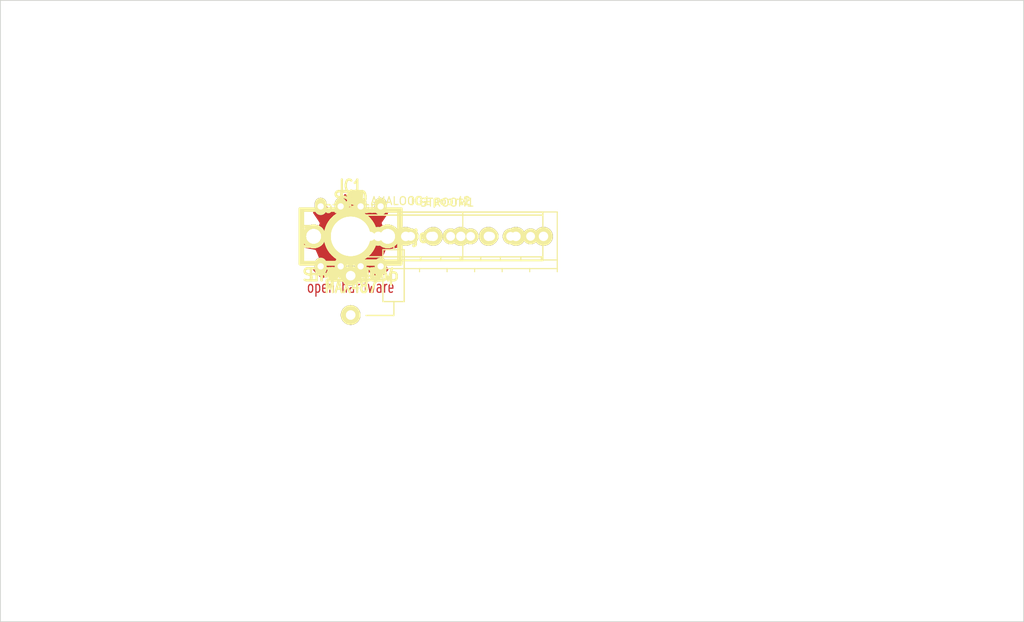
<source format=kicad_pcb>
(kicad_pcb (version 4) (host pcbnew 4.0.0-rc2-stable)

  (general
    (links 32)
    (no_connects 22)
    (area 0 0 0 0)
    (thickness 1.6)
    (drawings 4)
    (tracks 0)
    (zones 0)
    (modules 23)
    (nets 48)
  )

  (page A4)
  (layers
    (0 F.Cu signal)
    (31 B.Cu signal)
    (32 B.Adhes user)
    (33 F.Adhes user)
    (34 B.Paste user)
    (35 F.Paste user)
    (36 B.SilkS user)
    (37 F.SilkS user)
    (38 B.Mask user)
    (39 F.Mask user)
    (40 Dwgs.User user)
    (41 Cmts.User user)
    (42 Eco1.User user)
    (43 Eco2.User user)
    (44 Edge.Cuts user)
    (45 Margin user)
    (46 B.CrtYd user)
    (47 F.CrtYd user)
    (48 B.Fab user)
    (49 F.Fab user)
  )

  (setup
    (last_trace_width 0.25)
    (trace_clearance 0.2)
    (zone_clearance 0.508)
    (zone_45_only no)
    (trace_min 0.2)
    (segment_width 0.2)
    (edge_width 0.1)
    (via_size 0.6)
    (via_drill 0.4)
    (via_min_size 0.4)
    (via_min_drill 0.3)
    (uvia_size 0.3)
    (uvia_drill 0.1)
    (uvias_allowed no)
    (uvia_min_size 0.2)
    (uvia_min_drill 0.1)
    (pcb_text_width 0.3)
    (pcb_text_size 1.5 1.5)
    (mod_edge_width 0.15)
    (mod_text_size 1 1)
    (mod_text_width 0.15)
    (pad_size 1.5 1.5)
    (pad_drill 0.6)
    (pad_to_mask_clearance 0)
    (aux_axis_origin 0 0)
    (visible_elements FFFFFF7F)
    (pcbplotparams
      (layerselection 0x00030_80000001)
      (usegerberextensions false)
      (excludeedgelayer true)
      (linewidth 0.100000)
      (plotframeref false)
      (viasonmask false)
      (mode 1)
      (useauxorigin false)
      (hpglpennumber 1)
      (hpglpenspeed 20)
      (hpglpendiameter 15)
      (hpglpenoverlay 2)
      (psnegative false)
      (psa4output false)
      (plotreference true)
      (plotvalue true)
      (plotinvisibletext false)
      (padsonsilk false)
      (subtractmaskfromsilk false)
      (outputformat 1)
      (mirror false)
      (drillshape 1)
      (scaleselection 1)
      (outputdirectory ""))
  )

  (net 0 "")
  (net 1 /A3)
  (net 2 /A0)
  (net 3 /A1)
  (net 4 /A2)
  (net 5 /A4)
  (net 6 /A5)
  (net 7 /RX)
  (net 8 /IO2)
  (net 9 /TX)
  (net 10 /GND)
  (net 11 "Net-(IC1-Pad6)")
  (net 12 "Net-(IC1-Pad7)")
  (net 13 "Net-(IC1-Pad8)")
  (net 14 /I11)
  (net 15 /I08)
  (net 16 /I09)
  (net 17 /I10)
  (net 18 /I12)
  (net 19 /I13)
  (net 20 /AREF)
  (net 21 /SDA)
  (net 22 /SDL)
  (net 23 /IO3)
  (net 24 /IO4)
  (net 25 /IO5)
  (net 26 /IO6)
  (net 27 /IO7)
  (net 28 /5V)
  (net 29 "Net-(S1-Pad3)")
  (net 30 "Net-(S2-Pad3)")
  (net 31 "Net-(S3-Pad3)")
  (net 32 "Net-(S4-Pad1)")
  (net 33 "Net-(S4-Pad3)")
  (net 34 "Net-(S5-Pad1)")
  (net 35 "Net-(S5-Pad3)")
  (net 36 "Net-(S6-Pad1)")
  (net 37 "Net-(S6-Pad3)")
  (net 38 "Net-(S7-Pad3)")
  (net 39 "Net-(S8-Pad3)")
  (net 40 "Net-(S9-Pad3)")
  (net 41 "Net-(S10-Pad3)")
  (net 42 "Net-(S11-Pad3)")
  (net 43 /RES)
  (net 44 /3.3V)
  (net 45 /GND2)
  (net 46 /NC)
  (net 47 /VIN)

  (net_class Default "Dit is de standaard class."
    (clearance 0.2)
    (trace_width 0.25)
    (via_dia 0.6)
    (via_drill 0.4)
    (uvia_dia 0.3)
    (uvia_drill 0.1)
    (add_net /3.3V)
    (add_net /5V)
    (add_net /A0)
    (add_net /A1)
    (add_net /A2)
    (add_net /A3)
    (add_net /A4)
    (add_net /A5)
    (add_net /AREF)
    (add_net /GND)
    (add_net /GND2)
    (add_net /I08)
    (add_net /I09)
    (add_net /I10)
    (add_net /I11)
    (add_net /I12)
    (add_net /I13)
    (add_net /IO2)
    (add_net /IO3)
    (add_net /IO4)
    (add_net /IO5)
    (add_net /IO6)
    (add_net /IO7)
    (add_net /NC)
    (add_net /RES)
    (add_net /RX)
    (add_net /SDA)
    (add_net /SDL)
    (add_net /TX)
    (add_net /VIN)
    (add_net "Net-(IC1-Pad6)")
    (add_net "Net-(IC1-Pad7)")
    (add_net "Net-(IC1-Pad8)")
    (add_net "Net-(S1-Pad3)")
    (add_net "Net-(S10-Pad3)")
    (add_net "Net-(S11-Pad3)")
    (add_net "Net-(S2-Pad3)")
    (add_net "Net-(S3-Pad3)")
    (add_net "Net-(S4-Pad1)")
    (add_net "Net-(S4-Pad3)")
    (add_net "Net-(S5-Pad1)")
    (add_net "Net-(S5-Pad3)")
    (add_net "Net-(S6-Pad1)")
    (add_net "Net-(S6-Pad3)")
    (add_net "Net-(S7-Pad3)")
    (add_net "Net-(S8-Pad3)")
    (add_net "Net-(S9-Pad3)")
  )

  (module Terminal_Blocks:TerminalBlock_Pheonix_MPT-2.54mm_6pol (layer F.Cu) (tedit 0) (tstamp 56B12AB4)
    (at 148.5011 105.0036)
    (descr "6-way 2.54mm pitch terminal block, Phoenix MPT series")
    (path /56920F1D)
    (fp_text reference ANALOOG1 (at 6.35 -4.50088) (layer F.SilkS)
      (effects (font (size 1 1) (thickness 0.15)))
    )
    (fp_text value HEADER_6 (at 6.35 4.50088) (layer F.Fab)
      (effects (font (size 1 1) (thickness 0.15)))
    )
    (fp_line (start -1.778 -3.302) (end 14.478 -3.302) (layer F.CrtYd) (width 0.05))
    (fp_line (start -1.778 3.302) (end -1.778 -3.302) (layer F.CrtYd) (width 0.05))
    (fp_line (start 14.478 3.302) (end -1.778 3.302) (layer F.CrtYd) (width 0.05))
    (fp_line (start 14.478 -3.302) (end 14.478 3.302) (layer F.CrtYd) (width 0.05))
    (fp_line (start 14.2494 -3.0988) (end -1.5494 -3.0988) (layer F.SilkS) (width 0.15))
    (fp_line (start 14.2494 -2.70002) (end -1.5494 -2.70002) (layer F.SilkS) (width 0.15))
    (fp_line (start -1.5494 3.0988) (end 14.2494 3.0988) (layer F.SilkS) (width 0.15))
    (fp_line (start 14.2494 2.60096) (end -1.5494 2.60096) (layer F.SilkS) (width 0.15))
    (fp_line (start 11.45032 2.60096) (end 11.45032 3.0988) (layer F.SilkS) (width 0.15))
    (fp_line (start 8.84936 2.60096) (end 8.84936 3.0988) (layer F.SilkS) (width 0.15))
    (fp_line (start 6.34746 2.60096) (end 6.34746 3.0988) (layer F.SilkS) (width 0.15))
    (fp_line (start 3.85064 2.60096) (end 3.85064 3.0988) (layer F.SilkS) (width 0.15))
    (fp_line (start -1.3462 3.0988) (end -1.3462 2.60096) (layer F.SilkS) (width 0.15))
    (fp_line (start 14.0462 2.60096) (end 14.0462 3.0988) (layer F.SilkS) (width 0.15))
    (fp_line (start 1.25222 3.0988) (end 1.25222 2.60096) (layer F.SilkS) (width 0.15))
    (fp_line (start 14.24432 3.0988) (end 14.24432 -3.0988) (layer F.SilkS) (width 0.15))
    (fp_line (start -1.54432 -3.0988) (end -1.54432 3.0988) (layer F.SilkS) (width 0.15))
    (pad 4 thru_hole oval (at 7.62 0 180) (size 1.99898 1.99898) (drill 1.09728) (layers *.Cu *.Mask F.SilkS)
      (net 1 /A3))
    (pad 1 thru_hole rect (at 0 0 180) (size 1.99898 1.99898) (drill 1.09728) (layers *.Cu *.Mask F.SilkS)
      (net 2 /A0))
    (pad 2 thru_hole oval (at 2.54 0 180) (size 1.99898 1.99898) (drill 1.09728) (layers *.Cu *.Mask F.SilkS)
      (net 3 /A1))
    (pad 3 thru_hole oval (at 5.08 0 180) (size 1.99898 1.99898) (drill 1.09728) (layers *.Cu *.Mask F.SilkS)
      (net 4 /A2))
    (pad 5 thru_hole oval (at 10.16 0 180) (size 1.99898 1.99898) (drill 1.09728) (layers *.Cu *.Mask F.SilkS)
      (net 5 /A4))
    (pad 6 thru_hole oval (at 12.7 0 180) (size 1.99898 1.99898) (drill 1.09728) (layers *.Cu *.Mask F.SilkS)
      (net 6 /A5))
    (model Terminal_Blocks.3dshapes/TerminalBlock_Pheonix_MPT-2.54mm_6pol.wrl
      (at (xyz 0.25 0 0))
      (scale (xyz 1 1 1))
      (rotate (xyz 0 0 0))
    )
  )

  (module w_pth_circuits:dil_8-300 (layer F.Cu) (tedit 4E4CD4E4) (tstamp 56B12AC0)
    (at 148.5011 105.0036)
    (descr "IC, DIL8 x 0,3\"")
    (tags DIL)
    (path /56A41B20)
    (fp_text reference IC1 (at 0 -6.4008) (layer F.SilkS)
      (effects (font (size 1.524 1.143) (thickness 0.28702)))
    )
    (fp_text value MAX487 (at 0 6.4008) (layer F.SilkS)
      (effects (font (size 1.524 1.143) (thickness 0.28702)))
    )
    (fp_line (start 6.096 3.302) (end -6.096 3.302) (layer F.SilkS) (width 0.381))
    (fp_line (start -6.096 -3.302) (end 6.096 -3.302) (layer F.SilkS) (width 0.381))
    (fp_line (start -5.08 -1.27) (end -6.096 -1.27) (layer F.SilkS) (width 0.381))
    (fp_line (start -5.08 1.27) (end -6.096 1.27) (layer F.SilkS) (width 0.381))
    (fp_line (start 6.096 -3.302) (end 6.096 3.302) (layer F.SilkS) (width 0.381))
    (fp_line (start -6.096 3.302) (end -6.096 -3.302) (layer F.SilkS) (width 0.381))
    (fp_line (start -5.08 -1.27) (end -5.08 1.27) (layer F.SilkS) (width 0.381))
    (pad 1 thru_hole oval (at -3.81 3.81) (size 1.50114 2.19964) (drill 0.8001) (layers *.Cu *.Mask F.SilkS)
      (net 7 /RX))
    (pad 2 thru_hole oval (at -1.27 3.81) (size 1.50114 2.19964) (drill 0.8001) (layers *.Cu *.Mask F.SilkS)
      (net 8 /IO2))
    (pad 3 thru_hole oval (at 1.27 3.81) (size 1.50114 2.19964) (drill 0.8001) (layers *.Cu *.Mask F.SilkS)
      (net 8 /IO2))
    (pad 4 thru_hole oval (at 3.81 3.81) (size 1.50114 2.19964) (drill 0.8001) (layers *.Cu *.Mask F.SilkS)
      (net 9 /TX))
    (pad 5 thru_hole oval (at 3.81 -3.81) (size 1.50114 2.19964) (drill 0.8001) (layers *.Cu *.Mask F.SilkS)
      (net 10 /GND))
    (pad 6 thru_hole oval (at 1.27 -3.81) (size 1.50114 2.19964) (drill 0.8001) (layers *.Cu *.Mask F.SilkS)
      (net 11 "Net-(IC1-Pad6)"))
    (pad 7 thru_hole oval (at -1.27 -3.81) (size 1.50114 2.19964) (drill 0.8001) (layers *.Cu *.Mask F.SilkS)
      (net 12 "Net-(IC1-Pad7)"))
    (pad 8 thru_hole oval (at -3.81 -3.81) (size 1.50114 2.19964) (drill 0.8001) (layers *.Cu *.Mask F.SilkS)
      (net 13 "Net-(IC1-Pad8)"))
    (model walter/pth_circuits/dil_8-300.wrl
      (at (xyz 0 0 0))
      (scale (xyz 1 1 1))
      (rotate (xyz 0 0 0))
    )
  )

  (module Terminal_Blocks:TerminalBlock_Pheonix_MPT-2.54mm_10pol (layer F.Cu) (tedit 55B5B0C6) (tstamp 56B12ACE)
    (at 148.5011 105.0036)
    (descr "10-way 2.54mm pitch terminal block, Phoenix MPT series")
    (path /56913CF7)
    (fp_text reference IO-poort1 (at 11.43 -4.50088) (layer F.SilkS)
      (effects (font (size 1 1) (thickness 0.15)))
    )
    (fp_text value Digitale10_IO_1 (at 11.43 4.50088) (layer F.Fab)
      (effects (font (size 1 1) (thickness 0.15)))
    )
    (fp_line (start -1.8 -3.3) (end 24.6 -3.3) (layer F.CrtYd) (width 0.05))
    (fp_line (start -1.8 3.3) (end -1.8 -3.3) (layer F.CrtYd) (width 0.05))
    (fp_line (start 24.6 3.3) (end -1.8 3.3) (layer F.CrtYd) (width 0.05))
    (fp_line (start 24.6 -3.3) (end 24.6 3.3) (layer F.CrtYd) (width 0.05))
    (fp_line (start 11.43 2.60096) (end 11.43 3.0988) (layer F.SilkS) (width 0.15))
    (fp_line (start 24.42972 -2.70002) (end -1.56972 -2.70002) (layer F.SilkS) (width 0.15))
    (fp_line (start -1.56972 -3.0988) (end 24.42972 -3.0988) (layer F.SilkS) (width 0.15))
    (fp_line (start 24.42972 2.60096) (end -1.56972 2.60096) (layer F.SilkS) (width 0.15))
    (fp_line (start -1.56972 3.0988) (end 24.42972 3.0988) (layer F.SilkS) (width 0.15))
    (fp_line (start 8.93064 2.60096) (end 8.93064 3.0988) (layer F.SilkS) (width 0.15))
    (fp_line (start 13.92936 2.60096) (end 13.92936 3.0988) (layer F.SilkS) (width 0.15))
    (fp_line (start 21.63064 2.60096) (end 21.63064 3.0988) (layer F.SilkS) (width 0.15))
    (fp_line (start 19.02968 2.60096) (end 19.02968 3.0988) (layer F.SilkS) (width 0.15))
    (fp_line (start 16.53286 2.60096) (end 16.53286 3.0988) (layer F.SilkS) (width 0.15))
    (fp_line (start 6.32968 2.60096) (end 6.32968 3.0988) (layer F.SilkS) (width 0.15))
    (fp_line (start 3.83286 2.60096) (end 3.83286 3.0988) (layer F.SilkS) (width 0.15))
    (fp_line (start -1.36906 3.0988) (end -1.36906 2.60096) (layer F.SilkS) (width 0.15))
    (fp_line (start 24.22906 2.60096) (end 24.22906 3.0988) (layer F.SilkS) (width 0.15))
    (fp_line (start 1.23444 3.0988) (end 1.23444 2.60096) (layer F.SilkS) (width 0.15))
    (fp_line (start 24.42718 3.0988) (end 24.42718 -3.0988) (layer F.SilkS) (width 0.15))
    (fp_line (start -1.56718 -3.0988) (end -1.56718 3.0988) (layer F.SilkS) (width 0.15))
    (pad 4 thru_hole oval (at 7.62 0 180) (size 1.99898 1.99898) (drill 1.09728) (layers *.Cu *.Mask F.SilkS)
      (net 14 /I11))
    (pad 1 thru_hole rect (at 0 0 180) (size 1.99898 1.99898) (drill 1.09728) (layers *.Cu *.Mask F.SilkS)
      (net 15 /I08))
    (pad 2 thru_hole oval (at 2.54 0 180) (size 1.99898 1.99898) (drill 1.09728) (layers *.Cu *.Mask F.SilkS)
      (net 16 /I09))
    (pad 3 thru_hole oval (at 5.08 0 180) (size 1.99898 1.99898) (drill 1.09728) (layers *.Cu *.Mask F.SilkS)
      (net 17 /I10))
    (pad 5 thru_hole oval (at 10.16 0 180) (size 1.99898 1.99898) (drill 1.09728) (layers *.Cu *.Mask F.SilkS)
      (net 18 /I12))
    (pad 6 thru_hole oval (at 12.7 0 180) (size 1.99898 1.99898) (drill 1.09728) (layers *.Cu *.Mask F.SilkS)
      (net 19 /I13))
    (pad 7 thru_hole oval (at 15.24 0 180) (size 1.99898 1.99898) (drill 1.09728) (layers *.Cu *.Mask F.SilkS)
      (net 10 /GND))
    (pad 8 thru_hole oval (at 17.78 0 180) (size 1.99898 1.99898) (drill 1.09728) (layers *.Cu *.Mask F.SilkS)
      (net 20 /AREF))
    (pad 9 thru_hole oval (at 20.32 0 180) (size 1.99898 1.99898) (drill 1.09728) (layers *.Cu *.Mask F.SilkS)
      (net 21 /SDA))
    (pad 10 thru_hole oval (at 22.86 0 180) (size 1.99898 1.99898) (drill 1.09728) (layers *.Cu *.Mask F.SilkS)
      (net 22 /SDL))
    (model Terminal_Blocks.3dshapes/TerminalBlock_Pheonix_MPT-2.54mm_10pol.wrl
      (at (xyz 0.45 0 0))
      (scale (xyz 1 1 1))
      (rotate (xyz 0 0 0))
    )
  )

  (module Terminal_Blocks:TerminalBlock_Pheonix_MPT-2.54mm_10pol (layer F.Cu) (tedit 55B5B0C6) (tstamp 56B12ADC)
    (at 148.5011 105.0036)
    (descr "10-way 2.54mm pitch terminal block, Phoenix MPT series")
    (path /56920233)
    (fp_text reference IO-poort2 (at 11.43 -4.50088) (layer F.SilkS)
      (effects (font (size 1 1) (thickness 0.15)))
    )
    (fp_text value Digitale10_IO_2 (at 11.43 4.50088) (layer F.Fab)
      (effects (font (size 1 1) (thickness 0.15)))
    )
    (fp_line (start -1.8 -3.3) (end 24.6 -3.3) (layer F.CrtYd) (width 0.05))
    (fp_line (start -1.8 3.3) (end -1.8 -3.3) (layer F.CrtYd) (width 0.05))
    (fp_line (start 24.6 3.3) (end -1.8 3.3) (layer F.CrtYd) (width 0.05))
    (fp_line (start 24.6 -3.3) (end 24.6 3.3) (layer F.CrtYd) (width 0.05))
    (fp_line (start 11.43 2.60096) (end 11.43 3.0988) (layer F.SilkS) (width 0.15))
    (fp_line (start 24.42972 -2.70002) (end -1.56972 -2.70002) (layer F.SilkS) (width 0.15))
    (fp_line (start -1.56972 -3.0988) (end 24.42972 -3.0988) (layer F.SilkS) (width 0.15))
    (fp_line (start 24.42972 2.60096) (end -1.56972 2.60096) (layer F.SilkS) (width 0.15))
    (fp_line (start -1.56972 3.0988) (end 24.42972 3.0988) (layer F.SilkS) (width 0.15))
    (fp_line (start 8.93064 2.60096) (end 8.93064 3.0988) (layer F.SilkS) (width 0.15))
    (fp_line (start 13.92936 2.60096) (end 13.92936 3.0988) (layer F.SilkS) (width 0.15))
    (fp_line (start 21.63064 2.60096) (end 21.63064 3.0988) (layer F.SilkS) (width 0.15))
    (fp_line (start 19.02968 2.60096) (end 19.02968 3.0988) (layer F.SilkS) (width 0.15))
    (fp_line (start 16.53286 2.60096) (end 16.53286 3.0988) (layer F.SilkS) (width 0.15))
    (fp_line (start 6.32968 2.60096) (end 6.32968 3.0988) (layer F.SilkS) (width 0.15))
    (fp_line (start 3.83286 2.60096) (end 3.83286 3.0988) (layer F.SilkS) (width 0.15))
    (fp_line (start -1.36906 3.0988) (end -1.36906 2.60096) (layer F.SilkS) (width 0.15))
    (fp_line (start 24.22906 2.60096) (end 24.22906 3.0988) (layer F.SilkS) (width 0.15))
    (fp_line (start 1.23444 3.0988) (end 1.23444 2.60096) (layer F.SilkS) (width 0.15))
    (fp_line (start 24.42718 3.0988) (end 24.42718 -3.0988) (layer F.SilkS) (width 0.15))
    (fp_line (start -1.56718 -3.0988) (end -1.56718 3.0988) (layer F.SilkS) (width 0.15))
    (pad 4 thru_hole oval (at 7.62 0 180) (size 1.99898 1.99898) (drill 1.09728) (layers *.Cu *.Mask F.SilkS)
      (net 23 /IO3))
    (pad 1 thru_hole rect (at 0 0 180) (size 1.99898 1.99898) (drill 1.09728) (layers *.Cu *.Mask F.SilkS)
      (net 7 /RX))
    (pad 2 thru_hole oval (at 2.54 0 180) (size 1.99898 1.99898) (drill 1.09728) (layers *.Cu *.Mask F.SilkS)
      (net 9 /TX))
    (pad 3 thru_hole oval (at 5.08 0 180) (size 1.99898 1.99898) (drill 1.09728) (layers *.Cu *.Mask F.SilkS)
      (net 8 /IO2))
    (pad 5 thru_hole oval (at 10.16 0 180) (size 1.99898 1.99898) (drill 1.09728) (layers *.Cu *.Mask F.SilkS)
      (net 24 /IO4))
    (pad 6 thru_hole oval (at 12.7 0 180) (size 1.99898 1.99898) (drill 1.09728) (layers *.Cu *.Mask F.SilkS)
      (net 25 /IO5))
    (pad 7 thru_hole oval (at 15.24 0 180) (size 1.99898 1.99898) (drill 1.09728) (layers *.Cu *.Mask F.SilkS)
      (net 26 /IO6))
    (pad 8 thru_hole oval (at 17.78 0 180) (size 1.99898 1.99898) (drill 1.09728) (layers *.Cu *.Mask F.SilkS)
      (net 27 /IO7))
    (pad 9 thru_hole oval (at 20.32 0 180) (size 1.99898 1.99898) (drill 1.09728) (layers *.Cu *.Mask F.SilkS))
    (pad 10 thru_hole oval (at 22.86 0 180) (size 1.99898 1.99898) (drill 1.09728) (layers *.Cu *.Mask F.SilkS))
    (model Terminal_Blocks.3dshapes/TerminalBlock_Pheonix_MPT-2.54mm_10pol.wrl
      (at (xyz 0.45 0 0))
      (scale (xyz 1 1 1))
      (rotate (xyz 0 0 0))
    )
  )

  (module w_logo:Logo_copper_OSHW_12x13mm (layer F.Cu) (tedit 0) (tstamp 56B12AE0)
    (at 148.5011 105.0036)
    (descr "Open Hardware Logo, 12x13mm")
    (path /56913A54)
    (fp_text reference LOGO1 (at 0 0) (layer F.SilkS) hide
      (effects (font (size 0.5461 0.5461) (thickness 0.10922)))
    )
    (fp_text value ©sovjet-simpits.nl (at 0 0.9) (layer F.SilkS) hide
      (effects (font (size 0.5461 0.5461) (thickness 0.10922)))
    )
    (fp_line (start 5.21 7.11) (end 5.31 7.04) (layer F.Cu) (width 0.15))
    (fp_line (start 5.03 7.11) (end 5.21 7.11) (layer F.Cu) (width 0.15))
    (fp_line (start 4.93 7.04) (end 5.03 7.11) (layer F.Cu) (width 0.15))
    (fp_line (start 4.88 6.9) (end 4.93 7.04) (layer F.Cu) (width 0.15))
    (fp_line (start 4.88 6.32) (end 4.88 6.9) (layer F.Cu) (width 0.15))
    (fp_line (start 4.94 6.17) (end 4.88 6.32) (layer F.Cu) (width 0.15))
    (fp_line (start 5.04 6.1) (end 4.94 6.17) (layer F.Cu) (width 0.15))
    (fp_line (start 5.21 6.1) (end 5.04 6.1) (layer F.Cu) (width 0.15))
    (fp_line (start 5.31 6.19) (end 5.21 6.1) (layer F.Cu) (width 0.15))
    (fp_line (start 5.36 6.32) (end 5.31 6.19) (layer F.Cu) (width 0.15))
    (fp_line (start 5.36 6.59) (end 5.36 6.32) (layer F.Cu) (width 0.15))
    (fp_line (start 4.88 6.59) (end 5.36 6.59) (layer F.Cu) (width 0.15))
    (fp_line (start 4.31 6.11) (end 4.31 7.11) (layer F.Cu) (width 0.15))
    (fp_line (start 4.36 6.25) (end 4.31 6.42) (layer F.Cu) (width 0.15))
    (fp_line (start 4.4 6.19) (end 4.36 6.25) (layer F.Cu) (width 0.15))
    (fp_line (start 4.5 6.11) (end 4.4 6.19) (layer F.Cu) (width 0.15))
    (fp_line (start 4.61 6.11) (end 4.5 6.11) (layer F.Cu) (width 0.15))
    (fp_line (start 2.26 6.1) (end 2.45 7.11) (layer F.Cu) (width 0.15))
    (fp_line (start 2.45 7.11) (end 2.64 6.39) (layer F.Cu) (width 0.15))
    (fp_line (start 2.64 6.39) (end 2.83 7.11) (layer F.Cu) (width 0.15))
    (fp_line (start 2.83 7.11) (end 3.03 6.1) (layer F.Cu) (width 0.15))
    (fp_line (start 1.88 7.03) (end 1.79 7.11) (layer F.Cu) (width 0.15))
    (fp_line (start 1.79 7.11) (end 1.6 7.11) (layer F.Cu) (width 0.15))
    (fp_line (start 1.6 7.11) (end 1.53 7.06) (layer F.Cu) (width 0.15))
    (fp_line (start 1.53 7.06) (end 1.46 6.98) (layer F.Cu) (width 0.15))
    (fp_line (start 1.46 6.98) (end 1.4 6.82) (layer F.Cu) (width 0.15))
    (fp_line (start 1.4 6.82) (end 1.4 6.4) (layer F.Cu) (width 0.15))
    (fp_line (start 1.4 6.4) (end 1.45 6.25) (layer F.Cu) (width 0.15))
    (fp_line (start 1.45 6.25) (end 1.52 6.16) (layer F.Cu) (width 0.15))
    (fp_line (start 1.52 6.16) (end 1.6 6.11) (layer F.Cu) (width 0.15))
    (fp_line (start 1.6 6.11) (end 1.78 6.11) (layer F.Cu) (width 0.15))
    (fp_line (start 1.78 6.11) (end 1.88 6.19) (layer F.Cu) (width 0.15))
    (fp_line (start 1.88 5.61) (end 1.88 7.11) (layer F.Cu) (width 0.15))
    (fp_line (start 1.13 6.11) (end 1.02 6.11) (layer F.Cu) (width 0.15))
    (fp_line (start 1.02 6.11) (end 0.92 6.19) (layer F.Cu) (width 0.15))
    (fp_line (start 0.92 6.19) (end 0.88 6.25) (layer F.Cu) (width 0.15))
    (fp_line (start 0.88 6.25) (end 0.83 6.42) (layer F.Cu) (width 0.15))
    (fp_line (start 0.83 6.11) (end 0.83 7.11) (layer F.Cu) (width 0.15))
    (fp_line (start 3.84 6.32) (end 3.84 7.11) (layer F.Cu) (width 0.15))
    (fp_line (start 3.78 6.17) (end 3.84 6.32) (layer F.Cu) (width 0.15))
    (fp_line (start 3.69 6.1) (end 3.78 6.17) (layer F.Cu) (width 0.15))
    (fp_line (start 3.51 6.1) (end 3.69 6.1) (layer F.Cu) (width 0.15))
    (fp_line (start 3.4 6.18) (end 3.51 6.1) (layer F.Cu) (width 0.15))
    (fp_line (start 3.36 6.88) (end 3.4 7.02) (layer F.Cu) (width 0.15))
    (fp_line (start 3.36 6.75) (end 3.36 6.88) (layer F.Cu) (width 0.15))
    (fp_line (start 3.41 6.61) (end 3.36 6.75) (layer F.Cu) (width 0.15))
    (fp_line (start 3.51 6.53) (end 3.41 6.61) (layer F.Cu) (width 0.15))
    (fp_line (start 3.75 6.53) (end 3.51 6.53) (layer F.Cu) (width 0.15))
    (fp_line (start 3.84 6.46) (end 3.75 6.53) (layer F.Cu) (width 0.15))
    (fp_line (start 3.74 7.11) (end 3.84 7.03) (layer F.Cu) (width 0.15))
    (fp_line (start 3.51 7.11) (end 3.74 7.11) (layer F.Cu) (width 0.15))
    (fp_line (start 3.4 7.02) (end 3.51 7.11) (layer F.Cu) (width 0.15))
    (fp_line (start -0.08 7.02) (end 0.03 7.11) (layer F.Cu) (width 0.15))
    (fp_line (start 0.03 7.11) (end 0.26 7.11) (layer F.Cu) (width 0.15))
    (fp_line (start 0.26 7.11) (end 0.36 7.03) (layer F.Cu) (width 0.15))
    (fp_line (start 0.36 6.46) (end 0.27 6.53) (layer F.Cu) (width 0.15))
    (fp_line (start 0.27 6.53) (end 0.03 6.53) (layer F.Cu) (width 0.15))
    (fp_line (start 0.03 6.53) (end -0.07 6.61) (layer F.Cu) (width 0.15))
    (fp_line (start -0.07 6.61) (end -0.12 6.75) (layer F.Cu) (width 0.15))
    (fp_line (start -0.12 6.75) (end -0.12 6.88) (layer F.Cu) (width 0.15))
    (fp_line (start -0.12 6.88) (end -0.08 7.02) (layer F.Cu) (width 0.15))
    (fp_line (start -0.08 6.18) (end 0.03 6.1) (layer F.Cu) (width 0.15))
    (fp_line (start 0.03 6.1) (end 0.21 6.1) (layer F.Cu) (width 0.15))
    (fp_line (start 0.21 6.1) (end 0.3 6.17) (layer F.Cu) (width 0.15))
    (fp_line (start 0.3 6.17) (end 0.36 6.32) (layer F.Cu) (width 0.15))
    (fp_line (start 0.36 6.32) (end 0.36 7.11) (layer F.Cu) (width 0.15))
    (fp_line (start -0.98 7.11) (end -0.98 5.61) (layer F.Cu) (width 0.15))
    (fp_line (start -0.92 6.17) (end -0.98 6.24) (layer F.Cu) (width 0.15))
    (fp_line (start -0.84 6.11) (end -0.92 6.17) (layer F.Cu) (width 0.15))
    (fp_line (start -0.7 6.11) (end -0.84 6.11) (layer F.Cu) (width 0.15))
    (fp_line (start -0.6 6.18) (end -0.7 6.11) (layer F.Cu) (width 0.15))
    (fp_line (start -0.55 6.33) (end -0.6 6.18) (layer F.Cu) (width 0.15))
    (fp_line (start -0.55 7.11) (end -0.55 6.33) (layer F.Cu) (width 0.15))
    (fp_line (start -2.21 7.11) (end -2.21 6.33) (layer F.Cu) (width 0.15))
    (fp_line (start -2.21 6.33) (end -2.26 6.18) (layer F.Cu) (width 0.15))
    (fp_line (start -2.26 6.18) (end -2.36 6.11) (layer F.Cu) (width 0.15))
    (fp_line (start -2.36 6.11) (end -2.5 6.11) (layer F.Cu) (width 0.15))
    (fp_line (start -2.5 6.11) (end -2.58 6.17) (layer F.Cu) (width 0.15))
    (fp_line (start -2.58 6.17) (end -2.64 6.24) (layer F.Cu) (width 0.15))
    (fp_line (start -2.64 6.11) (end -2.64 7.11) (layer F.Cu) (width 0.15))
    (fp_line (start -3.55 6.59) (end -3.07 6.59) (layer F.Cu) (width 0.15))
    (fp_line (start -3.07 6.59) (end -3.07 6.32) (layer F.Cu) (width 0.15))
    (fp_line (start -3.07 6.32) (end -3.12 6.19) (layer F.Cu) (width 0.15))
    (fp_line (start -3.12 6.19) (end -3.22 6.1) (layer F.Cu) (width 0.15))
    (fp_line (start -3.22 6.1) (end -3.39 6.1) (layer F.Cu) (width 0.15))
    (fp_line (start -3.39 6.1) (end -3.49 6.17) (layer F.Cu) (width 0.15))
    (fp_line (start -3.49 6.17) (end -3.55 6.32) (layer F.Cu) (width 0.15))
    (fp_line (start -3.55 6.32) (end -3.55 6.9) (layer F.Cu) (width 0.15))
    (fp_line (start -3.55 6.9) (end -3.5 7.04) (layer F.Cu) (width 0.15))
    (fp_line (start -3.5 7.04) (end -3.4 7.11) (layer F.Cu) (width 0.15))
    (fp_line (start -3.4 7.11) (end -3.22 7.11) (layer F.Cu) (width 0.15))
    (fp_line (start -3.22 7.11) (end -3.12 7.04) (layer F.Cu) (width 0.15))
    (fp_line (start -4.41 6.1) (end -4.41 7.61) (layer F.Cu) (width 0.15))
    (fp_line (start -4.3 6.1) (end -4.12 6.1) (layer F.Cu) (width 0.15))
    (fp_line (start -4.3 7.1) (end -4.11 7.1) (layer F.Cu) (width 0.15))
    (fp_line (start -4.3 6.1) (end -4.38 6.16) (layer F.Cu) (width 0.15))
    (fp_line (start -4.03 6.17) (end -4.12 6.1) (layer F.Cu) (width 0.15))
    (fp_line (start -3.98 6.24) (end -4.03 6.17) (layer F.Cu) (width 0.15))
    (fp_line (start -3.93 6.4) (end -3.98 6.24) (layer F.Cu) (width 0.15))
    (fp_line (start -3.93 6.81) (end -3.93 6.4) (layer F.Cu) (width 0.15))
    (fp_line (start -3.98 6.95) (end -3.93 6.81) (layer F.Cu) (width 0.15))
    (fp_line (start -4.02 7.02) (end -3.98 6.95) (layer F.Cu) (width 0.15))
    (fp_line (start -4.12 7.1) (end -4.02 7.02) (layer F.Cu) (width 0.15))
    (fp_line (start -4.4 7.03) (end -4.3 7.1) (layer F.Cu) (width 0.15))
    (fp_line (start -5.36 6.4) (end -5.36 6.81) (layer F.Cu) (width 0.15))
    (fp_line (start -5.36 6.81) (end -5.31 6.95) (layer F.Cu) (width 0.15))
    (fp_line (start -5.31 6.95) (end -5.26 7.04) (layer F.Cu) (width 0.15))
    (fp_line (start -5.26 7.04) (end -5.16 7.11) (layer F.Cu) (width 0.15))
    (fp_line (start -5.16 7.11) (end -5.02 7.11) (layer F.Cu) (width 0.15))
    (fp_line (start -5.02 7.11) (end -4.92 7.03) (layer F.Cu) (width 0.15))
    (fp_line (start -4.92 7.03) (end -4.88 6.96) (layer F.Cu) (width 0.15))
    (fp_line (start -4.88 6.96) (end -4.83 6.82) (layer F.Cu) (width 0.15))
    (fp_line (start -4.83 6.82) (end -4.83 6.41) (layer F.Cu) (width 0.15))
    (fp_line (start -4.83 6.41) (end -4.88 6.25) (layer F.Cu) (width 0.15))
    (fp_line (start -4.88 6.25) (end -4.93 6.18) (layer F.Cu) (width 0.15))
    (fp_line (start -4.93 6.18) (end -5.02 6.11) (layer F.Cu) (width 0.15))
    (fp_line (start -5.02 6.11) (end -5.17 6.11) (layer F.Cu) (width 0.15))
    (fp_line (start -5.17 6.11) (end -5.25 6.17) (layer F.Cu) (width 0.15))
    (fp_line (start -5.25 6.17) (end -5.31 6.25) (layer F.Cu) (width 0.15))
    (fp_line (start -5.31 6.25) (end -5.36 6.4) (layer F.Cu) (width 0.15))
    (fp_poly (pts (xy -3.63728 5.38988) (xy -3.57378 5.35686) (xy -3.43408 5.26796) (xy -3.23342 5.13842)
      (xy -2.9972 4.9784) (xy -2.75844 4.81838) (xy -2.56286 4.6863) (xy -2.4257 4.59994)
      (xy -2.36982 4.56692) (xy -2.33934 4.57708) (xy -2.22504 4.63296) (xy -2.06248 4.71932)
      (xy -1.96596 4.76758) (xy -1.8161 4.83362) (xy -1.74244 4.84632) (xy -1.72974 4.826)
      (xy -1.67386 4.70916) (xy -1.5875 4.51358) (xy -1.4732 4.25196) (xy -1.34366 3.9497)
      (xy -1.2065 3.6195) (xy -1.0668 3.28422) (xy -0.93472 2.96672) (xy -0.81534 2.6797)
      (xy -0.72136 2.44602) (xy -0.6604 2.28346) (xy -0.63754 2.21234) (xy -0.64516 2.1971)
      (xy -0.71882 2.12598) (xy -0.8509 2.02692) (xy -1.13538 1.79578) (xy -1.41478 1.44526)
      (xy -1.58496 1.04902) (xy -1.64338 0.60706) (xy -1.59512 0.19812) (xy -1.43256 -0.19558)
      (xy -1.15824 -0.54864) (xy -0.8255 -0.8128) (xy -0.43688 -0.9779) (xy 0 -1.03378)
      (xy 0.4191 -0.98552) (xy 0.82042 -0.82804) (xy 1.17348 -0.5588) (xy 1.32334 -0.38608)
      (xy 1.52908 -0.02794) (xy 1.64592 0.35814) (xy 1.65862 0.45466) (xy 1.64084 0.8763)
      (xy 1.51638 1.28016) (xy 1.2954 1.64084) (xy 0.98552 1.93802) (xy 0.94742 1.96596)
      (xy 0.80264 2.07264) (xy 0.70866 2.1463) (xy 0.63246 2.20726) (xy 1.1684 3.50012)
      (xy 1.25476 3.70586) (xy 1.40208 4.05638) (xy 1.53162 4.36118) (xy 1.63576 4.60502)
      (xy 1.70688 4.76504) (xy 1.73736 4.83108) (xy 1.74244 4.83362) (xy 1.78816 4.84124)
      (xy 1.88722 4.80568) (xy 2.06756 4.71932) (xy 2.18694 4.65836) (xy 2.3241 4.59232)
      (xy 2.38506 4.56692) (xy 2.4384 4.59486) (xy 2.57048 4.68122) (xy 2.76098 4.81076)
      (xy 2.99212 4.9657) (xy 3.2131 5.11556) (xy 3.4163 5.25018) (xy 3.56362 5.34416)
      (xy 3.63474 5.38226) (xy 3.6449 5.38226) (xy 3.7084 5.3467) (xy 3.82524 5.25018)
      (xy 4.0005 5.08254) (xy 4.24942 4.8387) (xy 4.28752 4.8006) (xy 4.49326 4.59232)
      (xy 4.65836 4.41706) (xy 4.77012 4.2926) (xy 4.81076 4.23672) (xy 4.81076 4.23672)
      (xy 4.77266 4.1656) (xy 4.68122 4.01828) (xy 4.5466 3.81508) (xy 4.38404 3.57378)
      (xy 3.95478 2.95402) (xy 4.191 2.36728) (xy 4.26212 2.18694) (xy 4.35356 1.9685)
      (xy 4.42214 1.81356) (xy 4.4577 1.74498) (xy 4.5212 1.72212) (xy 4.68122 1.68402)
      (xy 4.9149 1.63576) (xy 5.19176 1.58496) (xy 5.45592 1.5367) (xy 5.69468 1.49098)
      (xy 5.8674 1.45796) (xy 5.94614 1.44272) (xy 5.96392 1.43002) (xy 5.97916 1.39192)
      (xy 5.98932 1.31064) (xy 5.9944 1.16586) (xy 5.99948 0.93726) (xy 5.99948 0.60706)
      (xy 5.99948 0.5715) (xy 5.9944 0.25654) (xy 5.98932 0.00508) (xy 5.9817 -0.16002)
      (xy 5.969 -0.22606) (xy 5.969 -0.22606) (xy 5.89534 -0.24384) (xy 5.72516 -0.2794)
      (xy 5.4864 -0.32766) (xy 5.20192 -0.381) (xy 5.18414 -0.38354) (xy 4.89966 -0.43942)
      (xy 4.66344 -0.48768) (xy 4.4958 -0.52578) (xy 4.42722 -0.54864) (xy 4.41198 -0.56896)
      (xy 4.35356 -0.68072) (xy 4.27228 -0.85598) (xy 4.1783 -1.06934) (xy 4.08686 -1.29286)
      (xy 4.00558 -1.49352) (xy 3.95224 -1.64338) (xy 3.937 -1.71196) (xy 3.937 -1.71196)
      (xy 3.98018 -1.78054) (xy 4.0767 -1.92786) (xy 4.2164 -2.13106) (xy 4.3815 -2.37236)
      (xy 4.3942 -2.39268) (xy 4.55676 -2.63144) (xy 4.68884 -2.83464) (xy 4.77774 -2.97942)
      (xy 4.81076 -3.04292) (xy 4.81076 -3.048) (xy 4.75488 -3.11912) (xy 4.63296 -3.25628)
      (xy 4.4577 -3.43916) (xy 4.24942 -3.64998) (xy 4.18084 -3.71602) (xy 3.9497 -3.94462)
      (xy 3.78714 -4.09194) (xy 3.68554 -4.17322) (xy 3.63728 -4.191) (xy 3.63474 -4.18846)
      (xy 3.56362 -4.14528) (xy 3.41122 -4.04622) (xy 3.20548 -3.90652) (xy 2.96164 -3.74142)
      (xy 2.9464 -3.73126) (xy 2.7051 -3.5687) (xy 2.50698 -3.43154) (xy 2.36474 -3.33756)
      (xy 2.30124 -3.302) (xy 2.29108 -3.302) (xy 2.19456 -3.32994) (xy 2.02438 -3.38836)
      (xy 1.81356 -3.46964) (xy 1.59258 -3.55854) (xy 1.38938 -3.6449) (xy 1.23952 -3.71348)
      (xy 1.1684 -3.75412) (xy 1.16586 -3.75666) (xy 1.14046 -3.84302) (xy 1.09982 -4.02336)
      (xy 1.04648 -4.26974) (xy 0.99314 -4.56438) (xy 0.98298 -4.6101) (xy 0.92964 -4.89712)
      (xy 0.88392 -5.13334) (xy 0.84836 -5.2959) (xy 0.83312 -5.36448) (xy 0.79248 -5.3721)
      (xy 0.65278 -5.38226) (xy 0.43942 -5.38988) (xy 0.18034 -5.39242) (xy -0.09144 -5.38988)
      (xy -0.3556 -5.3848) (xy -0.58166 -5.37718) (xy -0.74422 -5.36448) (xy -0.8128 -5.35178)
      (xy -0.81534 -5.3467) (xy -0.8382 -5.2578) (xy -0.87884 -5.08) (xy -0.92964 -4.83108)
      (xy -0.98552 -4.53644) (xy -0.99568 -4.4831) (xy -1.04902 -4.19862) (xy -1.09728 -3.96494)
      (xy -1.13284 -3.80492) (xy -1.15062 -3.74142) (xy -1.17602 -3.72872) (xy -1.29286 -3.67538)
      (xy -1.48336 -3.59664) (xy -1.72212 -3.50012) (xy -2.27076 -3.27914) (xy -2.94386 -3.74142)
      (xy -3.00482 -3.78206) (xy -3.24866 -3.94716) (xy -3.44678 -4.07924) (xy -3.58648 -4.16814)
      (xy -3.64236 -4.20116) (xy -3.64744 -4.19862) (xy -3.71602 -4.1402) (xy -3.8481 -4.01574)
      (xy -4.03098 -3.83794) (xy -4.2418 -3.62712) (xy -4.39928 -3.46964) (xy -4.5847 -3.28168)
      (xy -4.70154 -3.15468) (xy -4.76758 -3.0734) (xy -4.79044 -3.0226) (xy -4.78282 -2.98958)
      (xy -4.73964 -2.921) (xy -4.64058 -2.77368) (xy -4.50342 -2.56794) (xy -4.33832 -2.33172)
      (xy -4.2037 -2.13106) (xy -4.05638 -1.905) (xy -3.9624 -1.74498) (xy -3.92938 -1.66624)
      (xy -3.937 -1.63322) (xy -3.98526 -1.50114) (xy -4.064 -1.30048) (xy -4.1656 -1.06426)
      (xy -4.39928 -0.53086) (xy -4.7498 -0.46482) (xy -4.96062 -0.42418) (xy -5.2578 -0.36576)
      (xy -5.54228 -0.31242) (xy -5.98424 -0.22606) (xy -5.99948 1.39954) (xy -5.9309 1.43002)
      (xy -5.86486 1.4478) (xy -5.7023 1.48336) (xy -5.46862 1.52908) (xy -5.19176 1.58242)
      (xy -4.95554 1.6256) (xy -4.71932 1.67132) (xy -4.54914 1.70434) (xy -4.47294 1.71958)
      (xy -4.45516 1.74498) (xy -4.3942 1.86182) (xy -4.31038 2.04216) (xy -4.2164 2.26314)
      (xy -4.12242 2.4892) (xy -4.0386 2.70002) (xy -3.98018 2.86004) (xy -3.95732 2.94386)
      (xy -3.99034 3.00482) (xy -4.07924 3.14452) (xy -4.21132 3.34264) (xy -4.37134 3.57886)
      (xy -4.5339 3.81508) (xy -4.66852 4.01574) (xy -4.76504 4.16052) (xy -4.80314 4.22656)
      (xy -4.78282 4.27228) (xy -4.68884 4.38658) (xy -4.51104 4.56946) (xy -4.24688 4.83108)
      (xy -4.2037 4.87426) (xy -3.99288 5.07492) (xy -3.81508 5.24002) (xy -3.69316 5.34924)
      (xy -3.63728 5.38988)) (layer F.Cu) (width 0.00254))
  )

  (module Potentiometers:Potentiometer_WirePads_largePads (layer F.Cu) (tedit 5446FD75) (tstamp 56B12AE7)
    (at 148.5011 105.0036)
    (descr "Potentiometer, Wire Pads only, RevA, 30 July 2010,")
    (tags "Potentiometer, Wire Pads only, RevA, 30 July 2010,")
    (path /56934E9A)
    (fp_text reference POT_INTSR1 (at 0.0508 -3.49758) (layer F.SilkS)
      (effects (font (size 1 1) (thickness 0.15)))
    )
    (fp_text value POT (at -1.34874 13.25118) (layer F.Fab)
      (effects (font (size 1 1) (thickness 0.15)))
    )
    (fp_line (start 5.4991 10.05078) (end 1.95072 10.05078) (layer F.SilkS) (width 0.15))
    (fp_line (start 5.4991 8.30072) (end 5.4991 10.05078) (layer F.SilkS) (width 0.15))
    (fp_line (start 5.4991 1.7018) (end 5.4991 -0.04826) (layer F.SilkS) (width 0.15))
    (fp_line (start 5.4991 -0.04826) (end 1.89992 -0.04826) (layer F.SilkS) (width 0.15))
    (fp_line (start 4.09956 5.00126) (end 1.84912 5.05206) (layer F.SilkS) (width 0.15))
    (fp_line (start 4.09956 5.00126) (end 3.0988 5.95122) (layer F.SilkS) (width 0.15))
    (fp_line (start 4.09956 5.05206) (end 3.1496 4.0513) (layer F.SilkS) (width 0.15))
    (fp_line (start 4.09956 1.7018) (end 6.79958 1.7018) (layer F.SilkS) (width 0.15))
    (fp_line (start 6.79958 1.7018) (end 6.79958 8.30072) (layer F.SilkS) (width 0.15))
    (fp_line (start 6.79958 8.30072) (end 4.09956 8.30072) (layer F.SilkS) (width 0.15))
    (fp_line (start 4.09956 8.30072) (end 4.09956 1.7018) (layer F.SilkS) (width 0.15))
    (pad 2 thru_hole circle (at 0 5.00126) (size 2.49936 2.49936) (drill 1.19888) (layers *.Cu *.Mask F.SilkS)
      (net 3 /A1))
    (pad 3 thru_hole circle (at 0 10.00252) (size 2.49936 2.49936) (drill 1.19888) (layers *.Cu *.Mask F.SilkS)
      (net 10 /GND))
    (pad 1 thru_hole circle (at 0 0) (size 2.49936 2.49936) (drill 1.19888) (layers *.Cu *.Mask F.SilkS)
      (net 28 /5V))
  )

  (module Potentiometers:Potentiometer_WirePads_largePads (layer F.Cu) (tedit 5446FD75) (tstamp 56B12AEE)
    (at 148.5011 105.0036)
    (descr "Potentiometer, Wire Pads only, RevA, 30 July 2010,")
    (tags "Potentiometer, Wire Pads only, RevA, 30 July 2010,")
    (path /56934F0E)
    (fp_text reference POT_Kajuit1 (at 0.0508 -3.49758) (layer F.SilkS)
      (effects (font (size 1 1) (thickness 0.15)))
    )
    (fp_text value POT (at -1.34874 13.25118) (layer F.Fab)
      (effects (font (size 1 1) (thickness 0.15)))
    )
    (fp_line (start 5.4991 10.05078) (end 1.95072 10.05078) (layer F.SilkS) (width 0.15))
    (fp_line (start 5.4991 8.30072) (end 5.4991 10.05078) (layer F.SilkS) (width 0.15))
    (fp_line (start 5.4991 1.7018) (end 5.4991 -0.04826) (layer F.SilkS) (width 0.15))
    (fp_line (start 5.4991 -0.04826) (end 1.89992 -0.04826) (layer F.SilkS) (width 0.15))
    (fp_line (start 4.09956 5.00126) (end 1.84912 5.05206) (layer F.SilkS) (width 0.15))
    (fp_line (start 4.09956 5.00126) (end 3.0988 5.95122) (layer F.SilkS) (width 0.15))
    (fp_line (start 4.09956 5.05206) (end 3.1496 4.0513) (layer F.SilkS) (width 0.15))
    (fp_line (start 4.09956 1.7018) (end 6.79958 1.7018) (layer F.SilkS) (width 0.15))
    (fp_line (start 6.79958 1.7018) (end 6.79958 8.30072) (layer F.SilkS) (width 0.15))
    (fp_line (start 6.79958 8.30072) (end 4.09956 8.30072) (layer F.SilkS) (width 0.15))
    (fp_line (start 4.09956 8.30072) (end 4.09956 1.7018) (layer F.SilkS) (width 0.15))
    (pad 2 thru_hole circle (at 0 5.00126) (size 2.49936 2.49936) (drill 1.19888) (layers *.Cu *.Mask F.SilkS)
      (net 2 /A0))
    (pad 3 thru_hole circle (at 0 10.00252) (size 2.49936 2.49936) (drill 1.19888) (layers *.Cu *.Mask F.SilkS)
      (net 10 /GND))
    (pad 1 thru_hole circle (at 0 0) (size 2.49936 2.49936) (drill 1.19888) (layers *.Cu *.Mask F.SilkS)
      (net 28 /5V))
  )

  (module w_switch:switch_100sp5 (layer F.Cu) (tedit 0) (tstamp 56B12AF5)
    (at 148.5011 105.0036)
    (descr "E-Switch 100SP5")
    (path /5690B689)
    (fp_text reference S1 (at 0 -4.89966) (layer F.SilkS)
      (effects (font (thickness 0.3048)))
    )
    (fp_text value Fuel-2 (at 0 4.89966) (layer F.SilkS)
      (effects (font (thickness 0.3048)))
    )
    (fp_line (start 2.60096 0.50038) (end 3.0988 0.50038) (layer F.SilkS) (width 0.37846))
    (fp_line (start 2.60096 -0.50038) (end 3.0988 -0.50038) (layer F.SilkS) (width 0.37846))
    (fp_circle (center 0 0) (end -2.60096 0.29972) (layer F.SilkS) (width 0.37846))
    (fp_arc (start 0 0) (end -0.5207 -2.56032) (angle 90) (layer F.SilkS) (width 0.37846))
    (fp_arc (start 0 0) (end 2.56032 0.48006) (angle 90) (layer F.SilkS) (width 0.37846))
    (fp_arc (start 0 0) (end 2.83972 0.70104) (angle 90) (layer F.SilkS) (width 0.37846))
    (fp_arc (start 0 0) (end -0.70104 -2.82956) (angle 90) (layer F.SilkS) (width 0.37846))
    (fp_arc (start 0 0) (end 0 2.60096) (angle 90) (layer F.SilkS) (width 0.37846))
    (fp_arc (start 0 0) (end -2.60096 0) (angle 90) (layer F.SilkS) (width 0.37846))
    (fp_arc (start 0 0) (end 0 2.90068) (angle 90) (layer F.SilkS) (width 0.37846))
    (fp_arc (start 0 0) (end -2.90068 0) (angle 90) (layer F.SilkS) (width 0.37846))
    (fp_arc (start 0 0) (end 3.15976 0.51054) (angle 90) (layer F.SilkS) (width 0.37846))
    (fp_arc (start 0 0) (end -0.51054 -3.15976) (angle 90) (layer F.SilkS) (width 0.37846))
    (fp_arc (start 0 0) (end 0 3.2004) (angle 90) (layer F.SilkS) (width 0.37846))
    (fp_arc (start 0 0) (end -3.2004 0) (angle 90) (layer F.SilkS) (width 0.37846))
    (fp_line (start -6.4008 -3.49758) (end 6.4008 -3.49758) (layer F.SilkS) (width 0.37846))
    (fp_line (start 6.4008 -3.50012) (end 6.4008 3.50012) (layer F.SilkS) (width 0.37846))
    (fp_line (start 6.4008 3.50012) (end -6.4008 3.50012) (layer F.SilkS) (width 0.37846))
    (fp_line (start -6.4008 3.50012) (end -6.4008 -3.50012) (layer F.SilkS) (width 0.37846))
    (pad 1 thru_hole circle (at -4.699 0) (size 2.9972 2.9972) (drill 1.84658) (layers *.Cu *.Mask F.SilkS)
      (net 10 /GND))
    (pad 2 thru_hole circle (at 0 0) (size 2.9972 2.9972) (drill 1.84658) (layers *.Cu *.Mask F.SilkS)
      (net 18 /I12))
    (pad 3 thru_hole circle (at 4.699 0) (size 2.9972 2.9972) (drill 1.84658) (layers *.Cu *.Mask F.SilkS)
      (net 29 "Net-(S1-Pad3)"))
    (model walter/switch/switch_100sp5.wrl
      (at (xyz 0 0 0))
      (scale (xyz 1 1 1))
      (rotate (xyz 0 0 0))
    )
  )

  (module w_switch:switch_100sp5 (layer F.Cu) (tedit 0) (tstamp 56B12AFC)
    (at 148.5011 105.0036)
    (descr "E-Switch 100SP5")
    (path /5690B6B2)
    (fp_text reference S2 (at 0 -4.89966) (layer F.SilkS)
      (effects (font (thickness 0.3048)))
    )
    (fp_text value Fuel-3 (at 0 4.89966) (layer F.SilkS)
      (effects (font (thickness 0.3048)))
    )
    (fp_line (start 2.60096 0.50038) (end 3.0988 0.50038) (layer F.SilkS) (width 0.37846))
    (fp_line (start 2.60096 -0.50038) (end 3.0988 -0.50038) (layer F.SilkS) (width 0.37846))
    (fp_circle (center 0 0) (end -2.60096 0.29972) (layer F.SilkS) (width 0.37846))
    (fp_arc (start 0 0) (end -0.5207 -2.56032) (angle 90) (layer F.SilkS) (width 0.37846))
    (fp_arc (start 0 0) (end 2.56032 0.48006) (angle 90) (layer F.SilkS) (width 0.37846))
    (fp_arc (start 0 0) (end 2.83972 0.70104) (angle 90) (layer F.SilkS) (width 0.37846))
    (fp_arc (start 0 0) (end -0.70104 -2.82956) (angle 90) (layer F.SilkS) (width 0.37846))
    (fp_arc (start 0 0) (end 0 2.60096) (angle 90) (layer F.SilkS) (width 0.37846))
    (fp_arc (start 0 0) (end -2.60096 0) (angle 90) (layer F.SilkS) (width 0.37846))
    (fp_arc (start 0 0) (end 0 2.90068) (angle 90) (layer F.SilkS) (width 0.37846))
    (fp_arc (start 0 0) (end -2.90068 0) (angle 90) (layer F.SilkS) (width 0.37846))
    (fp_arc (start 0 0) (end 3.15976 0.51054) (angle 90) (layer F.SilkS) (width 0.37846))
    (fp_arc (start 0 0) (end -0.51054 -3.15976) (angle 90) (layer F.SilkS) (width 0.37846))
    (fp_arc (start 0 0) (end 0 3.2004) (angle 90) (layer F.SilkS) (width 0.37846))
    (fp_arc (start 0 0) (end -3.2004 0) (angle 90) (layer F.SilkS) (width 0.37846))
    (fp_line (start -6.4008 -3.49758) (end 6.4008 -3.49758) (layer F.SilkS) (width 0.37846))
    (fp_line (start 6.4008 -3.50012) (end 6.4008 3.50012) (layer F.SilkS) (width 0.37846))
    (fp_line (start 6.4008 3.50012) (end -6.4008 3.50012) (layer F.SilkS) (width 0.37846))
    (fp_line (start -6.4008 3.50012) (end -6.4008 -3.50012) (layer F.SilkS) (width 0.37846))
    (pad 1 thru_hole circle (at -4.699 0) (size 2.9972 2.9972) (drill 1.84658) (layers *.Cu *.Mask F.SilkS)
      (net 10 /GND))
    (pad 2 thru_hole circle (at 0 0) (size 2.9972 2.9972) (drill 1.84658) (layers *.Cu *.Mask F.SilkS)
      (net 19 /I13))
    (pad 3 thru_hole circle (at 4.699 0) (size 2.9972 2.9972) (drill 1.84658) (layers *.Cu *.Mask F.SilkS)
      (net 30 "Net-(S2-Pad3)"))
    (model walter/switch/switch_100sp5.wrl
      (at (xyz 0 0 0))
      (scale (xyz 1 1 1))
      (rotate (xyz 0 0 0))
    )
  )

  (module w_switch:switch_100sp5 (layer F.Cu) (tedit 0) (tstamp 56B12B03)
    (at 148.5011 105.0036)
    (descr "E-Switch 100SP5")
    (path /5690B2EA)
    (fp_text reference S3 (at 0 -4.89966) (layer F.SilkS)
      (effects (font (thickness 0.3048)))
    )
    (fp_text value Fuel-1 (at 0 4.89966) (layer F.SilkS)
      (effects (font (thickness 0.3048)))
    )
    (fp_line (start 2.60096 0.50038) (end 3.0988 0.50038) (layer F.SilkS) (width 0.37846))
    (fp_line (start 2.60096 -0.50038) (end 3.0988 -0.50038) (layer F.SilkS) (width 0.37846))
    (fp_circle (center 0 0) (end -2.60096 0.29972) (layer F.SilkS) (width 0.37846))
    (fp_arc (start 0 0) (end -0.5207 -2.56032) (angle 90) (layer F.SilkS) (width 0.37846))
    (fp_arc (start 0 0) (end 2.56032 0.48006) (angle 90) (layer F.SilkS) (width 0.37846))
    (fp_arc (start 0 0) (end 2.83972 0.70104) (angle 90) (layer F.SilkS) (width 0.37846))
    (fp_arc (start 0 0) (end -0.70104 -2.82956) (angle 90) (layer F.SilkS) (width 0.37846))
    (fp_arc (start 0 0) (end 0 2.60096) (angle 90) (layer F.SilkS) (width 0.37846))
    (fp_arc (start 0 0) (end -2.60096 0) (angle 90) (layer F.SilkS) (width 0.37846))
    (fp_arc (start 0 0) (end 0 2.90068) (angle 90) (layer F.SilkS) (width 0.37846))
    (fp_arc (start 0 0) (end -2.90068 0) (angle 90) (layer F.SilkS) (width 0.37846))
    (fp_arc (start 0 0) (end 3.15976 0.51054) (angle 90) (layer F.SilkS) (width 0.37846))
    (fp_arc (start 0 0) (end -0.51054 -3.15976) (angle 90) (layer F.SilkS) (width 0.37846))
    (fp_arc (start 0 0) (end 0 3.2004) (angle 90) (layer F.SilkS) (width 0.37846))
    (fp_arc (start 0 0) (end -3.2004 0) (angle 90) (layer F.SilkS) (width 0.37846))
    (fp_line (start -6.4008 -3.49758) (end 6.4008 -3.49758) (layer F.SilkS) (width 0.37846))
    (fp_line (start 6.4008 -3.50012) (end 6.4008 3.50012) (layer F.SilkS) (width 0.37846))
    (fp_line (start 6.4008 3.50012) (end -6.4008 3.50012) (layer F.SilkS) (width 0.37846))
    (fp_line (start -6.4008 3.50012) (end -6.4008 -3.50012) (layer F.SilkS) (width 0.37846))
    (pad 1 thru_hole circle (at -4.699 0) (size 2.9972 2.9972) (drill 1.84658) (layers *.Cu *.Mask F.SilkS)
      (net 10 /GND))
    (pad 2 thru_hole circle (at 0 0) (size 2.9972 2.9972) (drill 1.84658) (layers *.Cu *.Mask F.SilkS)
      (net 14 /I11))
    (pad 3 thru_hole circle (at 4.699 0) (size 2.9972 2.9972) (drill 1.84658) (layers *.Cu *.Mask F.SilkS)
      (net 31 "Net-(S3-Pad3)"))
    (model walter/switch/switch_100sp5.wrl
      (at (xyz 0 0 0))
      (scale (xyz 1 1 1))
      (rotate (xyz 0 0 0))
    )
  )

  (module w_switch:switch_100sp5 (layer F.Cu) (tedit 0) (tstamp 56B12B0A)
    (at 148.5011 105.0036)
    (descr "E-Switch 100SP5")
    (path /5691568F)
    (fp_text reference S4 (at 0 -4.89966) (layer F.SilkS)
      (effects (font (thickness 0.3048)))
    )
    (fp_text value EMER_INV (at 0 4.89966) (layer F.SilkS)
      (effects (font (thickness 0.3048)))
    )
    (fp_line (start 2.60096 0.50038) (end 3.0988 0.50038) (layer F.SilkS) (width 0.37846))
    (fp_line (start 2.60096 -0.50038) (end 3.0988 -0.50038) (layer F.SilkS) (width 0.37846))
    (fp_circle (center 0 0) (end -2.60096 0.29972) (layer F.SilkS) (width 0.37846))
    (fp_arc (start 0 0) (end -0.5207 -2.56032) (angle 90) (layer F.SilkS) (width 0.37846))
    (fp_arc (start 0 0) (end 2.56032 0.48006) (angle 90) (layer F.SilkS) (width 0.37846))
    (fp_arc (start 0 0) (end 2.83972 0.70104) (angle 90) (layer F.SilkS) (width 0.37846))
    (fp_arc (start 0 0) (end -0.70104 -2.82956) (angle 90) (layer F.SilkS) (width 0.37846))
    (fp_arc (start 0 0) (end 0 2.60096) (angle 90) (layer F.SilkS) (width 0.37846))
    (fp_arc (start 0 0) (end -2.60096 0) (angle 90) (layer F.SilkS) (width 0.37846))
    (fp_arc (start 0 0) (end 0 2.90068) (angle 90) (layer F.SilkS) (width 0.37846))
    (fp_arc (start 0 0) (end -2.90068 0) (angle 90) (layer F.SilkS) (width 0.37846))
    (fp_arc (start 0 0) (end 3.15976 0.51054) (angle 90) (layer F.SilkS) (width 0.37846))
    (fp_arc (start 0 0) (end -0.51054 -3.15976) (angle 90) (layer F.SilkS) (width 0.37846))
    (fp_arc (start 0 0) (end 0 3.2004) (angle 90) (layer F.SilkS) (width 0.37846))
    (fp_arc (start 0 0) (end -3.2004 0) (angle 90) (layer F.SilkS) (width 0.37846))
    (fp_line (start -6.4008 -3.49758) (end 6.4008 -3.49758) (layer F.SilkS) (width 0.37846))
    (fp_line (start 6.4008 -3.50012) (end 6.4008 3.50012) (layer F.SilkS) (width 0.37846))
    (fp_line (start 6.4008 3.50012) (end -6.4008 3.50012) (layer F.SilkS) (width 0.37846))
    (fp_line (start -6.4008 3.50012) (end -6.4008 -3.50012) (layer F.SilkS) (width 0.37846))
    (pad 1 thru_hole circle (at -4.699 0) (size 2.9972 2.9972) (drill 1.84658) (layers *.Cu *.Mask F.SilkS)
      (net 32 "Net-(S4-Pad1)"))
    (pad 2 thru_hole circle (at 0 0) (size 2.9972 2.9972) (drill 1.84658) (layers *.Cu *.Mask F.SilkS)
      (net 17 /I10))
    (pad 3 thru_hole circle (at 4.699 0) (size 2.9972 2.9972) (drill 1.84658) (layers *.Cu *.Mask F.SilkS)
      (net 33 "Net-(S4-Pad3)"))
    (model walter/switch/switch_100sp5.wrl
      (at (xyz 0 0 0))
      (scale (xyz 1 1 1))
      (rotate (xyz 0 0 0))
    )
  )

  (module w_switch:switch_100sp5 (layer F.Cu) (tedit 0) (tstamp 56B12B11)
    (at 148.5011 105.0036)
    (descr "E-Switch 100SP5")
    (path /569155E3)
    (fp_text reference S5 (at 0 -4.89966) (layer F.SilkS)
      (effects (font (thickness 0.3048)))
    )
    (fp_text value KPP (at 0 4.89966) (layer F.SilkS)
      (effects (font (thickness 0.3048)))
    )
    (fp_line (start 2.60096 0.50038) (end 3.0988 0.50038) (layer F.SilkS) (width 0.37846))
    (fp_line (start 2.60096 -0.50038) (end 3.0988 -0.50038) (layer F.SilkS) (width 0.37846))
    (fp_circle (center 0 0) (end -2.60096 0.29972) (layer F.SilkS) (width 0.37846))
    (fp_arc (start 0 0) (end -0.5207 -2.56032) (angle 90) (layer F.SilkS) (width 0.37846))
    (fp_arc (start 0 0) (end 2.56032 0.48006) (angle 90) (layer F.SilkS) (width 0.37846))
    (fp_arc (start 0 0) (end 2.83972 0.70104) (angle 90) (layer F.SilkS) (width 0.37846))
    (fp_arc (start 0 0) (end -0.70104 -2.82956) (angle 90) (layer F.SilkS) (width 0.37846))
    (fp_arc (start 0 0) (end 0 2.60096) (angle 90) (layer F.SilkS) (width 0.37846))
    (fp_arc (start 0 0) (end -2.60096 0) (angle 90) (layer F.SilkS) (width 0.37846))
    (fp_arc (start 0 0) (end 0 2.90068) (angle 90) (layer F.SilkS) (width 0.37846))
    (fp_arc (start 0 0) (end -2.90068 0) (angle 90) (layer F.SilkS) (width 0.37846))
    (fp_arc (start 0 0) (end 3.15976 0.51054) (angle 90) (layer F.SilkS) (width 0.37846))
    (fp_arc (start 0 0) (end -0.51054 -3.15976) (angle 90) (layer F.SilkS) (width 0.37846))
    (fp_arc (start 0 0) (end 0 3.2004) (angle 90) (layer F.SilkS) (width 0.37846))
    (fp_arc (start 0 0) (end -3.2004 0) (angle 90) (layer F.SilkS) (width 0.37846))
    (fp_line (start -6.4008 -3.49758) (end 6.4008 -3.49758) (layer F.SilkS) (width 0.37846))
    (fp_line (start 6.4008 -3.50012) (end 6.4008 3.50012) (layer F.SilkS) (width 0.37846))
    (fp_line (start 6.4008 3.50012) (end -6.4008 3.50012) (layer F.SilkS) (width 0.37846))
    (fp_line (start -6.4008 3.50012) (end -6.4008 -3.50012) (layer F.SilkS) (width 0.37846))
    (pad 1 thru_hole circle (at -4.699 0) (size 2.9972 2.9972) (drill 1.84658) (layers *.Cu *.Mask F.SilkS)
      (net 34 "Net-(S5-Pad1)"))
    (pad 2 thru_hole circle (at 0 0) (size 2.9972 2.9972) (drill 1.84658) (layers *.Cu *.Mask F.SilkS)
      (net 15 /I08))
    (pad 3 thru_hole circle (at 4.699 0) (size 2.9972 2.9972) (drill 1.84658) (layers *.Cu *.Mask F.SilkS)
      (net 35 "Net-(S5-Pad3)"))
    (model walter/switch/switch_100sp5.wrl
      (at (xyz 0 0 0))
      (scale (xyz 1 1 1))
      (rotate (xyz 0 0 0))
    )
  )

  (module w_switch:switch_100sp5 (layer F.Cu) (tedit 0) (tstamp 56B12B18)
    (at 148.5011 105.0036)
    (descr "E-Switch 100SP5")
    (path /5691563E)
    (fp_text reference S6 (at 0 -4.89966) (layer F.SilkS)
      (effects (font (thickness 0.3048)))
    )
    (fp_text value SAU (at 0 4.89966) (layer F.SilkS)
      (effects (font (thickness 0.3048)))
    )
    (fp_line (start 2.60096 0.50038) (end 3.0988 0.50038) (layer F.SilkS) (width 0.37846))
    (fp_line (start 2.60096 -0.50038) (end 3.0988 -0.50038) (layer F.SilkS) (width 0.37846))
    (fp_circle (center 0 0) (end -2.60096 0.29972) (layer F.SilkS) (width 0.37846))
    (fp_arc (start 0 0) (end -0.5207 -2.56032) (angle 90) (layer F.SilkS) (width 0.37846))
    (fp_arc (start 0 0) (end 2.56032 0.48006) (angle 90) (layer F.SilkS) (width 0.37846))
    (fp_arc (start 0 0) (end 2.83972 0.70104) (angle 90) (layer F.SilkS) (width 0.37846))
    (fp_arc (start 0 0) (end -0.70104 -2.82956) (angle 90) (layer F.SilkS) (width 0.37846))
    (fp_arc (start 0 0) (end 0 2.60096) (angle 90) (layer F.SilkS) (width 0.37846))
    (fp_arc (start 0 0) (end -2.60096 0) (angle 90) (layer F.SilkS) (width 0.37846))
    (fp_arc (start 0 0) (end 0 2.90068) (angle 90) (layer F.SilkS) (width 0.37846))
    (fp_arc (start 0 0) (end -2.90068 0) (angle 90) (layer F.SilkS) (width 0.37846))
    (fp_arc (start 0 0) (end 3.15976 0.51054) (angle 90) (layer F.SilkS) (width 0.37846))
    (fp_arc (start 0 0) (end -0.51054 -3.15976) (angle 90) (layer F.SilkS) (width 0.37846))
    (fp_arc (start 0 0) (end 0 3.2004) (angle 90) (layer F.SilkS) (width 0.37846))
    (fp_arc (start 0 0) (end -3.2004 0) (angle 90) (layer F.SilkS) (width 0.37846))
    (fp_line (start -6.4008 -3.49758) (end 6.4008 -3.49758) (layer F.SilkS) (width 0.37846))
    (fp_line (start 6.4008 -3.50012) (end 6.4008 3.50012) (layer F.SilkS) (width 0.37846))
    (fp_line (start 6.4008 3.50012) (end -6.4008 3.50012) (layer F.SilkS) (width 0.37846))
    (fp_line (start -6.4008 3.50012) (end -6.4008 -3.50012) (layer F.SilkS) (width 0.37846))
    (pad 1 thru_hole circle (at -4.699 0) (size 2.9972 2.9972) (drill 1.84658) (layers *.Cu *.Mask F.SilkS)
      (net 36 "Net-(S6-Pad1)"))
    (pad 2 thru_hole circle (at 0 0) (size 2.9972 2.9972) (drill 1.84658) (layers *.Cu *.Mask F.SilkS)
      (net 16 /I09))
    (pad 3 thru_hole circle (at 4.699 0) (size 2.9972 2.9972) (drill 1.84658) (layers *.Cu *.Mask F.SilkS)
      (net 37 "Net-(S6-Pad3)"))
    (model walter/switch/switch_100sp5.wrl
      (at (xyz 0 0 0))
      (scale (xyz 1 1 1))
      (rotate (xyz 0 0 0))
    )
  )

  (module w_switch:switch_100sp5 (layer F.Cu) (tedit 0) (tstamp 56B12B1F)
    (at 148.5011 105.0036)
    (descr "E-Switch 100SP5")
    (path /5691CF28)
    (fp_text reference S7 (at 0 -4.89966) (layer F.SilkS)
      (effects (font (thickness 0.3048)))
    )
    (fp_text value DC (at 0 4.89966) (layer F.SilkS)
      (effects (font (thickness 0.3048)))
    )
    (fp_line (start 2.60096 0.50038) (end 3.0988 0.50038) (layer F.SilkS) (width 0.37846))
    (fp_line (start 2.60096 -0.50038) (end 3.0988 -0.50038) (layer F.SilkS) (width 0.37846))
    (fp_circle (center 0 0) (end -2.60096 0.29972) (layer F.SilkS) (width 0.37846))
    (fp_arc (start 0 0) (end -0.5207 -2.56032) (angle 90) (layer F.SilkS) (width 0.37846))
    (fp_arc (start 0 0) (end 2.56032 0.48006) (angle 90) (layer F.SilkS) (width 0.37846))
    (fp_arc (start 0 0) (end 2.83972 0.70104) (angle 90) (layer F.SilkS) (width 0.37846))
    (fp_arc (start 0 0) (end -0.70104 -2.82956) (angle 90) (layer F.SilkS) (width 0.37846))
    (fp_arc (start 0 0) (end 0 2.60096) (angle 90) (layer F.SilkS) (width 0.37846))
    (fp_arc (start 0 0) (end -2.60096 0) (angle 90) (layer F.SilkS) (width 0.37846))
    (fp_arc (start 0 0) (end 0 2.90068) (angle 90) (layer F.SilkS) (width 0.37846))
    (fp_arc (start 0 0) (end -2.90068 0) (angle 90) (layer F.SilkS) (width 0.37846))
    (fp_arc (start 0 0) (end 3.15976 0.51054) (angle 90) (layer F.SilkS) (width 0.37846))
    (fp_arc (start 0 0) (end -0.51054 -3.15976) (angle 90) (layer F.SilkS) (width 0.37846))
    (fp_arc (start 0 0) (end 0 3.2004) (angle 90) (layer F.SilkS) (width 0.37846))
    (fp_arc (start 0 0) (end -3.2004 0) (angle 90) (layer F.SilkS) (width 0.37846))
    (fp_line (start -6.4008 -3.49758) (end 6.4008 -3.49758) (layer F.SilkS) (width 0.37846))
    (fp_line (start 6.4008 -3.50012) (end 6.4008 3.50012) (layer F.SilkS) (width 0.37846))
    (fp_line (start 6.4008 3.50012) (end -6.4008 3.50012) (layer F.SilkS) (width 0.37846))
    (fp_line (start -6.4008 3.50012) (end -6.4008 -3.50012) (layer F.SilkS) (width 0.37846))
    (pad 1 thru_hole circle (at -4.699 0) (size 2.9972 2.9972) (drill 1.84658) (layers *.Cu *.Mask F.SilkS)
      (net 10 /GND))
    (pad 2 thru_hole circle (at 0 0) (size 2.9972 2.9972) (drill 1.84658) (layers *.Cu *.Mask F.SilkS)
      (net 27 /IO7))
    (pad 3 thru_hole circle (at 4.699 0) (size 2.9972 2.9972) (drill 1.84658) (layers *.Cu *.Mask F.SilkS)
      (net 38 "Net-(S7-Pad3)"))
    (model walter/switch/switch_100sp5.wrl
      (at (xyz 0 0 0))
      (scale (xyz 1 1 1))
      (rotate (xyz 0 0 0))
    )
  )

  (module w_switch:switch_100sp5 (layer F.Cu) (tedit 0) (tstamp 56B12B26)
    (at 148.5011 105.0036)
    (descr "E-Switch 100SP5")
    (path /5691CEC0)
    (fp_text reference S8 (at 0 -4.89966) (layer F.SilkS)
      (effects (font (thickness 0.3048)))
    )
    (fp_text value ACCU (at 0 4.89966) (layer F.SilkS)
      (effects (font (thickness 0.3048)))
    )
    (fp_line (start 2.60096 0.50038) (end 3.0988 0.50038) (layer F.SilkS) (width 0.37846))
    (fp_line (start 2.60096 -0.50038) (end 3.0988 -0.50038) (layer F.SilkS) (width 0.37846))
    (fp_circle (center 0 0) (end -2.60096 0.29972) (layer F.SilkS) (width 0.37846))
    (fp_arc (start 0 0) (end -0.5207 -2.56032) (angle 90) (layer F.SilkS) (width 0.37846))
    (fp_arc (start 0 0) (end 2.56032 0.48006) (angle 90) (layer F.SilkS) (width 0.37846))
    (fp_arc (start 0 0) (end 2.83972 0.70104) (angle 90) (layer F.SilkS) (width 0.37846))
    (fp_arc (start 0 0) (end -0.70104 -2.82956) (angle 90) (layer F.SilkS) (width 0.37846))
    (fp_arc (start 0 0) (end 0 2.60096) (angle 90) (layer F.SilkS) (width 0.37846))
    (fp_arc (start 0 0) (end -2.60096 0) (angle 90) (layer F.SilkS) (width 0.37846))
    (fp_arc (start 0 0) (end 0 2.90068) (angle 90) (layer F.SilkS) (width 0.37846))
    (fp_arc (start 0 0) (end -2.90068 0) (angle 90) (layer F.SilkS) (width 0.37846))
    (fp_arc (start 0 0) (end 3.15976 0.51054) (angle 90) (layer F.SilkS) (width 0.37846))
    (fp_arc (start 0 0) (end -0.51054 -3.15976) (angle 90) (layer F.SilkS) (width 0.37846))
    (fp_arc (start 0 0) (end 0 3.2004) (angle 90) (layer F.SilkS) (width 0.37846))
    (fp_arc (start 0 0) (end -3.2004 0) (angle 90) (layer F.SilkS) (width 0.37846))
    (fp_line (start -6.4008 -3.49758) (end 6.4008 -3.49758) (layer F.SilkS) (width 0.37846))
    (fp_line (start 6.4008 -3.50012) (end 6.4008 3.50012) (layer F.SilkS) (width 0.37846))
    (fp_line (start 6.4008 3.50012) (end -6.4008 3.50012) (layer F.SilkS) (width 0.37846))
    (fp_line (start -6.4008 3.50012) (end -6.4008 -3.50012) (layer F.SilkS) (width 0.37846))
    (pad 1 thru_hole circle (at -4.699 0) (size 2.9972 2.9972) (drill 1.84658) (layers *.Cu *.Mask F.SilkS)
      (net 10 /GND))
    (pad 2 thru_hole circle (at 0 0) (size 2.9972 2.9972) (drill 1.84658) (layers *.Cu *.Mask F.SilkS)
      (net 26 /IO6))
    (pad 3 thru_hole circle (at 4.699 0) (size 2.9972 2.9972) (drill 1.84658) (layers *.Cu *.Mask F.SilkS)
      (net 39 "Net-(S8-Pad3)"))
    (model walter/switch/switch_100sp5.wrl
      (at (xyz 0 0 0))
      (scale (xyz 1 1 1))
      (rotate (xyz 0 0 0))
    )
  )

  (module w_switch:switch_100sp5 (layer F.Cu) (tedit 0) (tstamp 56B12B2D)
    (at 148.5011 105.0036)
    (descr "E-Switch 100SP5")
    (path /5691F802)
    (fp_text reference S9 (at 0 -4.89966) (layer F.SilkS)
      (effects (font (thickness 0.3048)))
    )
    (fp_text value SPRD_drop (at 0 4.89966) (layer F.SilkS)
      (effects (font (thickness 0.3048)))
    )
    (fp_line (start 2.60096 0.50038) (end 3.0988 0.50038) (layer F.SilkS) (width 0.37846))
    (fp_line (start 2.60096 -0.50038) (end 3.0988 -0.50038) (layer F.SilkS) (width 0.37846))
    (fp_circle (center 0 0) (end -2.60096 0.29972) (layer F.SilkS) (width 0.37846))
    (fp_arc (start 0 0) (end -0.5207 -2.56032) (angle 90) (layer F.SilkS) (width 0.37846))
    (fp_arc (start 0 0) (end 2.56032 0.48006) (angle 90) (layer F.SilkS) (width 0.37846))
    (fp_arc (start 0 0) (end 2.83972 0.70104) (angle 90) (layer F.SilkS) (width 0.37846))
    (fp_arc (start 0 0) (end -0.70104 -2.82956) (angle 90) (layer F.SilkS) (width 0.37846))
    (fp_arc (start 0 0) (end 0 2.60096) (angle 90) (layer F.SilkS) (width 0.37846))
    (fp_arc (start 0 0) (end -2.60096 0) (angle 90) (layer F.SilkS) (width 0.37846))
    (fp_arc (start 0 0) (end 0 2.90068) (angle 90) (layer F.SilkS) (width 0.37846))
    (fp_arc (start 0 0) (end -2.90068 0) (angle 90) (layer F.SilkS) (width 0.37846))
    (fp_arc (start 0 0) (end 3.15976 0.51054) (angle 90) (layer F.SilkS) (width 0.37846))
    (fp_arc (start 0 0) (end -0.51054 -3.15976) (angle 90) (layer F.SilkS) (width 0.37846))
    (fp_arc (start 0 0) (end 0 3.2004) (angle 90) (layer F.SilkS) (width 0.37846))
    (fp_arc (start 0 0) (end -3.2004 0) (angle 90) (layer F.SilkS) (width 0.37846))
    (fp_line (start -6.4008 -3.49758) (end 6.4008 -3.49758) (layer F.SilkS) (width 0.37846))
    (fp_line (start 6.4008 -3.50012) (end 6.4008 3.50012) (layer F.SilkS) (width 0.37846))
    (fp_line (start 6.4008 3.50012) (end -6.4008 3.50012) (layer F.SilkS) (width 0.37846))
    (fp_line (start -6.4008 3.50012) (end -6.4008 -3.50012) (layer F.SilkS) (width 0.37846))
    (pad 1 thru_hole circle (at -4.699 0) (size 2.9972 2.9972) (drill 1.84658) (layers *.Cu *.Mask F.SilkS)
      (net 10 /GND))
    (pad 2 thru_hole circle (at 0 0) (size 2.9972 2.9972) (drill 1.84658) (layers *.Cu *.Mask F.SilkS)
      (net 24 /IO4))
    (pad 3 thru_hole circle (at 4.699 0) (size 2.9972 2.9972) (drill 1.84658) (layers *.Cu *.Mask F.SilkS)
      (net 40 "Net-(S9-Pad3)"))
    (model walter/switch/switch_100sp5.wrl
      (at (xyz 0 0 0))
      (scale (xyz 1 1 1))
      (rotate (xyz 0 0 0))
    )
  )

  (module w_switch:switch_100sp5 (layer F.Cu) (tedit 0) (tstamp 56B12B34)
    (at 148.5011 105.0036)
    (descr "E-Switch 100SP5")
    (path /5691F881)
    (fp_text reference S10 (at 0 -4.89966) (layer F.SilkS)
      (effects (font (thickness 0.3048)))
    )
    (fp_text value AC (at 0 4.89966) (layer F.SilkS)
      (effects (font (thickness 0.3048)))
    )
    (fp_line (start 2.60096 0.50038) (end 3.0988 0.50038) (layer F.SilkS) (width 0.37846))
    (fp_line (start 2.60096 -0.50038) (end 3.0988 -0.50038) (layer F.SilkS) (width 0.37846))
    (fp_circle (center 0 0) (end -2.60096 0.29972) (layer F.SilkS) (width 0.37846))
    (fp_arc (start 0 0) (end -0.5207 -2.56032) (angle 90) (layer F.SilkS) (width 0.37846))
    (fp_arc (start 0 0) (end 2.56032 0.48006) (angle 90) (layer F.SilkS) (width 0.37846))
    (fp_arc (start 0 0) (end 2.83972 0.70104) (angle 90) (layer F.SilkS) (width 0.37846))
    (fp_arc (start 0 0) (end -0.70104 -2.82956) (angle 90) (layer F.SilkS) (width 0.37846))
    (fp_arc (start 0 0) (end 0 2.60096) (angle 90) (layer F.SilkS) (width 0.37846))
    (fp_arc (start 0 0) (end -2.60096 0) (angle 90) (layer F.SilkS) (width 0.37846))
    (fp_arc (start 0 0) (end 0 2.90068) (angle 90) (layer F.SilkS) (width 0.37846))
    (fp_arc (start 0 0) (end -2.90068 0) (angle 90) (layer F.SilkS) (width 0.37846))
    (fp_arc (start 0 0) (end 3.15976 0.51054) (angle 90) (layer F.SilkS) (width 0.37846))
    (fp_arc (start 0 0) (end -0.51054 -3.15976) (angle 90) (layer F.SilkS) (width 0.37846))
    (fp_arc (start 0 0) (end 0 3.2004) (angle 90) (layer F.SilkS) (width 0.37846))
    (fp_arc (start 0 0) (end -3.2004 0) (angle 90) (layer F.SilkS) (width 0.37846))
    (fp_line (start -6.4008 -3.49758) (end 6.4008 -3.49758) (layer F.SilkS) (width 0.37846))
    (fp_line (start 6.4008 -3.50012) (end 6.4008 3.50012) (layer F.SilkS) (width 0.37846))
    (fp_line (start 6.4008 3.50012) (end -6.4008 3.50012) (layer F.SilkS) (width 0.37846))
    (fp_line (start -6.4008 3.50012) (end -6.4008 -3.50012) (layer F.SilkS) (width 0.37846))
    (pad 1 thru_hole circle (at -4.699 0) (size 2.9972 2.9972) (drill 1.84658) (layers *.Cu *.Mask F.SilkS)
      (net 10 /GND))
    (pad 2 thru_hole circle (at 0 0) (size 2.9972 2.9972) (drill 1.84658) (layers *.Cu *.Mask F.SilkS)
      (net 25 /IO5))
    (pad 3 thru_hole circle (at 4.699 0) (size 2.9972 2.9972) (drill 1.84658) (layers *.Cu *.Mask F.SilkS)
      (net 41 "Net-(S10-Pad3)"))
    (model walter/switch/switch_100sp5.wrl
      (at (xyz 0 0 0))
      (scale (xyz 1 1 1))
      (rotate (xyz 0 0 0))
    )
  )

  (module w_switch:switch_100sp5 (layer F.Cu) (tedit 0) (tstamp 56B12B3B)
    (at 148.5011 105.0036)
    (descr "E-Switch 100SP5")
    (path /5691F7A2)
    (fp_text reference S11 (at 0 -4.89966) (layer F.SilkS)
      (effects (font (thickness 0.3048)))
    )
    (fp_text value SPRD (at 0 4.89966) (layer F.SilkS)
      (effects (font (thickness 0.3048)))
    )
    (fp_line (start 2.60096 0.50038) (end 3.0988 0.50038) (layer F.SilkS) (width 0.37846))
    (fp_line (start 2.60096 -0.50038) (end 3.0988 -0.50038) (layer F.SilkS) (width 0.37846))
    (fp_circle (center 0 0) (end -2.60096 0.29972) (layer F.SilkS) (width 0.37846))
    (fp_arc (start 0 0) (end -0.5207 -2.56032) (angle 90) (layer F.SilkS) (width 0.37846))
    (fp_arc (start 0 0) (end 2.56032 0.48006) (angle 90) (layer F.SilkS) (width 0.37846))
    (fp_arc (start 0 0) (end 2.83972 0.70104) (angle 90) (layer F.SilkS) (width 0.37846))
    (fp_arc (start 0 0) (end -0.70104 -2.82956) (angle 90) (layer F.SilkS) (width 0.37846))
    (fp_arc (start 0 0) (end 0 2.60096) (angle 90) (layer F.SilkS) (width 0.37846))
    (fp_arc (start 0 0) (end -2.60096 0) (angle 90) (layer F.SilkS) (width 0.37846))
    (fp_arc (start 0 0) (end 0 2.90068) (angle 90) (layer F.SilkS) (width 0.37846))
    (fp_arc (start 0 0) (end -2.90068 0) (angle 90) (layer F.SilkS) (width 0.37846))
    (fp_arc (start 0 0) (end 3.15976 0.51054) (angle 90) (layer F.SilkS) (width 0.37846))
    (fp_arc (start 0 0) (end -0.51054 -3.15976) (angle 90) (layer F.SilkS) (width 0.37846))
    (fp_arc (start 0 0) (end 0 3.2004) (angle 90) (layer F.SilkS) (width 0.37846))
    (fp_arc (start 0 0) (end -3.2004 0) (angle 90) (layer F.SilkS) (width 0.37846))
    (fp_line (start -6.4008 -3.49758) (end 6.4008 -3.49758) (layer F.SilkS) (width 0.37846))
    (fp_line (start 6.4008 -3.50012) (end 6.4008 3.50012) (layer F.SilkS) (width 0.37846))
    (fp_line (start 6.4008 3.50012) (end -6.4008 3.50012) (layer F.SilkS) (width 0.37846))
    (fp_line (start -6.4008 3.50012) (end -6.4008 -3.50012) (layer F.SilkS) (width 0.37846))
    (pad 1 thru_hole circle (at -4.699 0) (size 2.9972 2.9972) (drill 1.84658) (layers *.Cu *.Mask F.SilkS)
      (net 10 /GND))
    (pad 2 thru_hole circle (at 0 0) (size 2.9972 2.9972) (drill 1.84658) (layers *.Cu *.Mask F.SilkS)
      (net 23 /IO3))
    (pad 3 thru_hole circle (at 4.699 0) (size 2.9972 2.9972) (drill 1.84658) (layers *.Cu *.Mask F.SilkS)
      (net 42 "Net-(S11-Pad3)"))
    (model walter/switch/switch_100sp5.wrl
      (at (xyz 0 0 0))
      (scale (xyz 1 1 1))
      (rotate (xyz 0 0 0))
    )
  )

  (module Terminal_Blocks:TerminalBlock_Pheonix_PT-3.5mm_8pol (layer F.Cu) (tedit 0) (tstamp 56B12B47)
    (at 148.5011 105.0036)
    (descr "8-way 3.5mm pitch terminal block, Phoenix PT series")
    (path /56922600)
    (fp_text reference STROOM1 (at 12.25 -4.3) (layer F.SilkS)
      (effects (font (size 1 1) (thickness 0.15)))
    )
    (fp_text value HEADER_8 (at 12.25 6) (layer F.Fab)
      (effects (font (size 1 1) (thickness 0.15)))
    )
    (fp_line (start -1.9 -3.3) (end 26.4 -3.3) (layer F.CrtYd) (width 0.05))
    (fp_line (start -1.9 4.7) (end -1.9 -3.3) (layer F.CrtYd) (width 0.05))
    (fp_line (start 26.4 4.7) (end -1.9 4.7) (layer F.CrtYd) (width 0.05))
    (fp_line (start 26.4 -3.3) (end 26.4 4.7) (layer F.CrtYd) (width 0.05))
    (fp_line (start 22.75 4.1) (end 22.75 4.5) (layer F.SilkS) (width 0.15))
    (fp_line (start 8.75 4.1) (end 8.75 4.5) (layer F.SilkS) (width 0.15))
    (fp_line (start 19.25 4.1) (end 19.25 4.5) (layer F.SilkS) (width 0.15))
    (fp_line (start 15.75 4.1) (end 15.75 4.5) (layer F.SilkS) (width 0.15))
    (fp_line (start 1.75 4.1) (end 1.75 4.5) (layer F.SilkS) (width 0.15))
    (fp_line (start 5.25 4.1) (end 5.25 4.5) (layer F.SilkS) (width 0.15))
    (fp_line (start 12.25 4.1) (end 12.25 4.5) (layer F.SilkS) (width 0.15))
    (fp_line (start -1.75 3) (end 26.25 3) (layer F.SilkS) (width 0.15))
    (fp_line (start -1.75 4.1) (end 26.25 4.1) (layer F.SilkS) (width 0.15))
    (fp_line (start -1.75 -3.1) (end -1.75 4.5) (layer F.SilkS) (width 0.15))
    (fp_line (start 26.25 4.5) (end 26.25 -3.1) (layer F.SilkS) (width 0.15))
    (fp_line (start 26.25 -3.1) (end -1.75 -3.1) (layer F.SilkS) (width 0.15))
    (pad 3 thru_hole circle (at 7 0) (size 2.4 2.4) (drill 1.2) (layers *.Cu *.Mask F.SilkS)
      (net 43 /RES))
    (pad 2 thru_hole circle (at 3.5 0) (size 2.4 2.4) (drill 1.2) (layers *.Cu *.Mask F.SilkS)
      (net 28 /5V))
    (pad 4 thru_hole circle (at 10.5 0) (size 2.4 2.4) (drill 1.2) (layers *.Cu *.Mask F.SilkS)
      (net 44 /3.3V))
    (pad 5 thru_hole circle (at 14 0) (size 2.4 2.4) (drill 1.2) (layers *.Cu *.Mask F.SilkS)
      (net 28 /5V))
    (pad 6 thru_hole circle (at 17.5 0) (size 2.4 2.4) (drill 1.2) (layers *.Cu *.Mask F.SilkS)
      (net 10 /GND))
    (pad 7 thru_hole circle (at 21 0) (size 2.4 2.4) (drill 1.2) (layers *.Cu *.Mask F.SilkS)
      (net 45 /GND2))
    (pad 1 thru_hole rect (at 0 0) (size 2.4 2.4) (drill 1.2) (layers *.Cu *.Mask F.SilkS)
      (net 46 /NC))
    (pad 8 thru_hole circle (at 24.5 0) (size 2.4 2.4) (drill 1.2) (layers *.Cu *.Mask F.SilkS)
      (net 47 /VIN))
    (model Terminal_Blocks.3dshapes/TerminalBlock_Pheonix_PT-3.5mm_8pol.wrl
      (at (xyz 0 0 0))
      (scale (xyz 1 1 1))
      (rotate (xyz 0 0 0))
    )
  )

  (module w_details:hole_5mm (layer F.Cu) (tedit 0) (tstamp 56B12B4C)
    (at 148.5011 105.0036)
    (descr "Hole 5mm")
    (path /569137D4)
    (fp_text reference U1 (at 0 -4.318) (layer F.SilkS)
      (effects (font (thickness 0.3048)))
    )
    (fp_text value Gaatje (at 6.35 0) (layer F.SilkS)
      (effects (font (thickness 0.3048)))
    )
    (fp_line (start 0 -3.175) (end 0 3.175) (layer F.SilkS) (width 0.254))
    (fp_line (start -3.175 0) (end 3.175 0) (layer F.SilkS) (width 0.254))
    (fp_circle (center 0 0) (end 2.794 -0.254) (layer F.SilkS) (width 0.254))
    (pad 1 thru_hole circle (at 0 0) (size 5.00126 5.00126) (drill 5.00126) (layers *.Cu F.SilkS))
    (model walter/details/hole.wrl
      (at (xyz 0 0 0))
      (scale (xyz 1 1 1))
      (rotate (xyz 0 0 0))
    )
  )

  (module w_details:hole_5mm (layer F.Cu) (tedit 0) (tstamp 56B12B51)
    (at 148.5011 105.0036)
    (descr "Hole 5mm")
    (path /569137A2)
    (fp_text reference U2 (at 0 -4.318) (layer F.SilkS)
      (effects (font (thickness 0.3048)))
    )
    (fp_text value Gaatje (at 6.35 0) (layer F.SilkS)
      (effects (font (thickness 0.3048)))
    )
    (fp_line (start 0 -3.175) (end 0 3.175) (layer F.SilkS) (width 0.254))
    (fp_line (start -3.175 0) (end 3.175 0) (layer F.SilkS) (width 0.254))
    (fp_circle (center 0 0) (end 2.794 -0.254) (layer F.SilkS) (width 0.254))
    (pad 1 thru_hole circle (at 0 0) (size 5.00126 5.00126) (drill 5.00126) (layers *.Cu F.SilkS))
    (model walter/details/hole.wrl
      (at (xyz 0 0 0))
      (scale (xyz 1 1 1))
      (rotate (xyz 0 0 0))
    )
  )

  (module w_details:hole_5mm (layer F.Cu) (tedit 0) (tstamp 56B12B56)
    (at 148.5011 105.0036)
    (descr "Hole 5mm")
    (path /569138F6)
    (fp_text reference U3 (at 0 -4.318) (layer F.SilkS)
      (effects (font (thickness 0.3048)))
    )
    (fp_text value Gaatje (at 6.35 0) (layer F.SilkS)
      (effects (font (thickness 0.3048)))
    )
    (fp_line (start 0 -3.175) (end 0 3.175) (layer F.SilkS) (width 0.254))
    (fp_line (start -3.175 0) (end 3.175 0) (layer F.SilkS) (width 0.254))
    (fp_circle (center 0 0) (end 2.794 -0.254) (layer F.SilkS) (width 0.254))
    (pad 1 thru_hole circle (at 0 0) (size 5.00126 5.00126) (drill 5.00126) (layers *.Cu F.SilkS))
    (model walter/details/hole.wrl
      (at (xyz 0 0 0))
      (scale (xyz 1 1 1))
      (rotate (xyz 0 0 0))
    )
  )

  (module w_details:hole_5mm (layer F.Cu) (tedit 0) (tstamp 56B12B5B)
    (at 148.5011 105.0036)
    (descr "Hole 5mm")
    (path /56913916)
    (fp_text reference U4 (at 0 -4.318) (layer F.SilkS)
      (effects (font (thickness 0.3048)))
    )
    (fp_text value Gaatje (at 6.35 0) (layer F.SilkS)
      (effects (font (thickness 0.3048)))
    )
    (fp_line (start 0 -3.175) (end 0 3.175) (layer F.SilkS) (width 0.254))
    (fp_line (start -3.175 0) (end 3.175 0) (layer F.SilkS) (width 0.254))
    (fp_circle (center 0 0) (end 2.794 -0.254) (layer F.SilkS) (width 0.254))
    (pad 1 thru_hole circle (at 0 0) (size 5.00126 5.00126) (drill 5.00126) (layers *.Cu F.SilkS))
    (model walter/details/hole.wrl
      (at (xyz 0 0 0))
      (scale (xyz 1 1 1))
      (rotate (xyz 0 0 0))
    )
  )

  (gr_line (start 104 154) (end 104 75) (angle 90) (layer Edge.Cuts) (width 0.1))
  (gr_line (start 234 154) (end 104 154) (angle 90) (layer Edge.Cuts) (width 0.1))
  (gr_line (start 234 75) (end 234 154) (angle 90) (layer Edge.Cuts) (width 0.1))
  (gr_line (start 104 75) (end 234 75) (angle 90) (layer Edge.Cuts) (width 0.1))

)

</source>
